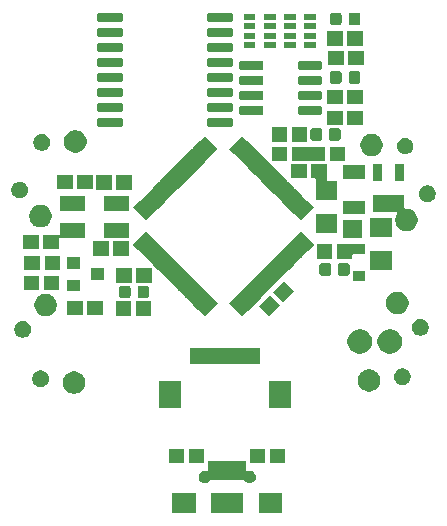
<source format=gbr>
G04 #@! TF.GenerationSoftware,KiCad,Pcbnew,(5.1.4)-1*
G04 #@! TF.CreationDate,2020-08-01T17:35:13+02:00*
G04 #@! TF.ProjectId,ArduinoProMicroUSB,41726475-696e-46f5-9072-6f4d6963726f,rev?*
G04 #@! TF.SameCoordinates,Original*
G04 #@! TF.FileFunction,Soldermask,Bot*
G04 #@! TF.FilePolarity,Negative*
%FSLAX46Y46*%
G04 Gerber Fmt 4.6, Leading zero omitted, Abs format (unit mm)*
G04 Created by KiCad (PCBNEW (5.1.4)-1) date 2020-08-01 17:35:13*
%MOMM*%
%LPD*%
G04 APERTURE LIST*
%ADD10C,0.100000*%
G04 APERTURE END LIST*
D10*
G36*
X175798480Y-82651600D02*
G01*
X173796960Y-82651600D01*
X173796960Y-80949800D01*
X175798480Y-80949800D01*
X175798480Y-82651600D01*
X175798480Y-82651600D01*
G37*
G36*
X172471080Y-82651600D02*
G01*
X169768520Y-82651600D01*
X169768520Y-80949800D01*
X172471080Y-80949800D01*
X172471080Y-82651600D01*
X172471080Y-82651600D01*
G37*
G36*
X168442640Y-82651600D02*
G01*
X166441120Y-82651600D01*
X166441120Y-80949800D01*
X168442640Y-80949800D01*
X168442640Y-82651600D01*
X168442640Y-82651600D01*
G37*
G36*
X172718730Y-78972538D02*
G01*
X172721132Y-78996924D01*
X172728245Y-79020373D01*
X172739796Y-79041984D01*
X172755341Y-79060926D01*
X172774283Y-79076471D01*
X172795894Y-79088022D01*
X172819343Y-79095135D01*
X172843729Y-79097537D01*
X172868115Y-79095135D01*
X172967934Y-79075280D01*
X173071506Y-79075280D01*
X173173084Y-79095485D01*
X173268769Y-79135119D01*
X173354885Y-79192660D01*
X173428120Y-79265895D01*
X173485661Y-79352011D01*
X173525295Y-79447696D01*
X173545500Y-79549274D01*
X173545500Y-79652846D01*
X173525295Y-79754424D01*
X173485661Y-79850109D01*
X173428120Y-79936225D01*
X173354885Y-80009460D01*
X173268769Y-80067001D01*
X173173084Y-80106635D01*
X173071506Y-80126840D01*
X172967934Y-80126840D01*
X172866356Y-80106635D01*
X172770671Y-80067001D01*
X172684555Y-80009460D01*
X172616296Y-79941201D01*
X172597354Y-79925656D01*
X172575743Y-79914105D01*
X172552294Y-79906992D01*
X172527908Y-79904590D01*
X169711692Y-79904590D01*
X169687306Y-79906992D01*
X169663857Y-79914105D01*
X169642246Y-79925656D01*
X169623304Y-79941201D01*
X169555045Y-80009460D01*
X169468929Y-80067001D01*
X169373244Y-80106635D01*
X169271666Y-80126840D01*
X169168094Y-80126840D01*
X169066516Y-80106635D01*
X168970831Y-80067001D01*
X168884715Y-80009460D01*
X168811480Y-79936225D01*
X168753939Y-79850109D01*
X168714305Y-79754424D01*
X168694100Y-79652846D01*
X168694100Y-79549274D01*
X168714305Y-79447696D01*
X168753939Y-79352011D01*
X168811480Y-79265895D01*
X168884715Y-79192660D01*
X168970831Y-79135119D01*
X169066516Y-79095485D01*
X169168094Y-79075280D01*
X169271666Y-79075280D01*
X169371485Y-79095135D01*
X169395871Y-79097537D01*
X169420257Y-79095135D01*
X169443706Y-79088022D01*
X169465317Y-79076471D01*
X169484259Y-79060925D01*
X169499804Y-79041983D01*
X169511355Y-79020373D01*
X169518468Y-78996924D01*
X169520870Y-78972538D01*
X169520870Y-78301850D01*
X172718730Y-78301850D01*
X172718730Y-78972538D01*
X172718730Y-78972538D01*
G37*
G36*
X176023270Y-78439010D02*
G01*
X174720250Y-78439010D01*
X174720250Y-77237590D01*
X176023270Y-77237590D01*
X176023270Y-78439010D01*
X176023270Y-78439010D01*
G37*
G36*
X167468550Y-78439010D02*
G01*
X166165530Y-78439010D01*
X166165530Y-77237590D01*
X167468550Y-77237590D01*
X167468550Y-78439010D01*
X167468550Y-78439010D01*
G37*
G36*
X174326550Y-78439010D02*
G01*
X173023530Y-78439010D01*
X173023530Y-77237590D01*
X174326550Y-77237590D01*
X174326550Y-78439010D01*
X174326550Y-78439010D01*
G37*
G36*
X169165270Y-78439010D02*
G01*
X167862250Y-78439010D01*
X167862250Y-77237590D01*
X169165270Y-77237590D01*
X169165270Y-78439010D01*
X169165270Y-78439010D01*
G37*
G36*
X167241200Y-73756900D02*
G01*
X165339200Y-73756900D01*
X165339200Y-71454900D01*
X167241200Y-71454900D01*
X167241200Y-73756900D01*
X167241200Y-73756900D01*
G37*
G36*
X176541200Y-73756900D02*
G01*
X174639200Y-73756900D01*
X174639200Y-71454900D01*
X176541200Y-71454900D01*
X176541200Y-73756900D01*
X176541200Y-73756900D01*
G37*
G36*
X158415860Y-70706658D02*
G01*
X158588931Y-70778346D01*
X158666283Y-70830031D01*
X158744692Y-70882422D01*
X158877155Y-71014885D01*
X158927875Y-71090793D01*
X158981231Y-71170646D01*
X159052919Y-71343717D01*
X159089465Y-71527445D01*
X159089465Y-71714779D01*
X159052919Y-71898507D01*
X158981231Y-72071578D01*
X158981230Y-72071579D01*
X158877155Y-72227339D01*
X158744692Y-72359802D01*
X158701742Y-72388500D01*
X158588931Y-72463878D01*
X158415860Y-72535566D01*
X158232132Y-72572112D01*
X158044798Y-72572112D01*
X157861070Y-72535566D01*
X157687999Y-72463878D01*
X157575188Y-72388500D01*
X157532238Y-72359802D01*
X157399775Y-72227339D01*
X157295700Y-72071579D01*
X157295699Y-72071578D01*
X157224011Y-71898507D01*
X157187465Y-71714779D01*
X157187465Y-71527445D01*
X157224011Y-71343717D01*
X157295699Y-71170646D01*
X157349055Y-71090793D01*
X157399775Y-71014885D01*
X157532238Y-70882422D01*
X157610647Y-70830031D01*
X157687999Y-70778346D01*
X157861070Y-70706658D01*
X158044798Y-70670112D01*
X158232132Y-70670112D01*
X158415860Y-70706658D01*
X158415860Y-70706658D01*
G37*
G36*
X183411395Y-70523046D02*
G01*
X183584466Y-70594734D01*
X183661818Y-70646419D01*
X183740227Y-70698810D01*
X183872690Y-70831273D01*
X183923410Y-70907181D01*
X183976766Y-70987034D01*
X184048454Y-71160105D01*
X184085000Y-71343833D01*
X184085000Y-71531167D01*
X184048454Y-71714895D01*
X183976766Y-71887966D01*
X183969722Y-71898508D01*
X183872690Y-72043727D01*
X183740227Y-72176190D01*
X183663680Y-72227337D01*
X183584466Y-72280266D01*
X183411395Y-72351954D01*
X183227667Y-72388500D01*
X183040333Y-72388500D01*
X182856605Y-72351954D01*
X182683534Y-72280266D01*
X182604320Y-72227337D01*
X182527773Y-72176190D01*
X182395310Y-72043727D01*
X182298278Y-71898508D01*
X182291234Y-71887966D01*
X182219546Y-71714895D01*
X182183000Y-71531167D01*
X182183000Y-71343833D01*
X182219546Y-71160105D01*
X182291234Y-70987034D01*
X182344590Y-70907181D01*
X182395310Y-70831273D01*
X182527773Y-70698810D01*
X182606182Y-70646419D01*
X182683534Y-70594734D01*
X182856605Y-70523046D01*
X183040333Y-70486500D01*
X183227667Y-70486500D01*
X183411395Y-70523046D01*
X183411395Y-70523046D01*
G37*
G36*
X155522921Y-70618526D02*
G01*
X155651221Y-70671670D01*
X155651223Y-70671671D01*
X155691837Y-70698809D01*
X155766690Y-70748824D01*
X155864890Y-70847024D01*
X155942044Y-70962493D01*
X155995188Y-71090793D01*
X156022280Y-71226996D01*
X156022280Y-71365872D01*
X155995188Y-71502075D01*
X155942044Y-71630375D01*
X155942043Y-71630377D01*
X155864889Y-71745845D01*
X155766691Y-71844043D01*
X155651223Y-71921197D01*
X155651222Y-71921198D01*
X155651221Y-71921198D01*
X155522921Y-71974342D01*
X155386718Y-72001434D01*
X155247842Y-72001434D01*
X155111639Y-71974342D01*
X154983339Y-71921198D01*
X154983338Y-71921198D01*
X154983337Y-71921197D01*
X154867869Y-71844043D01*
X154769671Y-71745845D01*
X154692517Y-71630377D01*
X154692516Y-71630375D01*
X154639372Y-71502075D01*
X154612280Y-71365872D01*
X154612280Y-71226996D01*
X154639372Y-71090793D01*
X154692516Y-70962493D01*
X154769670Y-70847024D01*
X154867870Y-70748824D01*
X154942723Y-70698809D01*
X154983337Y-70671671D01*
X154983339Y-70671670D01*
X155111639Y-70618526D01*
X155247842Y-70591434D01*
X155386718Y-70591434D01*
X155522921Y-70618526D01*
X155522921Y-70618526D01*
G37*
G36*
X186160826Y-70434914D02*
G01*
X186289126Y-70488058D01*
X186289128Y-70488059D01*
X186341489Y-70523046D01*
X186404595Y-70565212D01*
X186502795Y-70663412D01*
X186526447Y-70698810D01*
X186579593Y-70778347D01*
X186579949Y-70778881D01*
X186633093Y-70907181D01*
X186660185Y-71043384D01*
X186660185Y-71182260D01*
X186633093Y-71318463D01*
X186579949Y-71446763D01*
X186526038Y-71527447D01*
X186502794Y-71562233D01*
X186404596Y-71660431D01*
X186289128Y-71737585D01*
X186289127Y-71737586D01*
X186289126Y-71737586D01*
X186160826Y-71790730D01*
X186024623Y-71817822D01*
X185885747Y-71817822D01*
X185749544Y-71790730D01*
X185621244Y-71737586D01*
X185621243Y-71737586D01*
X185621242Y-71737585D01*
X185505774Y-71660431D01*
X185407576Y-71562233D01*
X185384333Y-71527447D01*
X185330421Y-71446763D01*
X185277277Y-71318463D01*
X185250185Y-71182260D01*
X185250185Y-71043384D01*
X185277277Y-70907181D01*
X185330421Y-70778881D01*
X185330778Y-70778347D01*
X185383923Y-70698810D01*
X185407575Y-70663412D01*
X185505775Y-70565212D01*
X185568881Y-70523046D01*
X185621242Y-70488059D01*
X185621244Y-70488058D01*
X185749544Y-70434914D01*
X185885747Y-70407822D01*
X186024623Y-70407822D01*
X186160826Y-70434914D01*
X186160826Y-70434914D01*
G37*
G36*
X173891200Y-70056900D02*
G01*
X167989200Y-70056900D01*
X167989200Y-68654900D01*
X173891200Y-68654900D01*
X173891200Y-70056900D01*
X173891200Y-70056900D01*
G37*
G36*
X185190365Y-67134120D02*
G01*
X185322708Y-67188938D01*
X185379888Y-67212623D01*
X185550454Y-67326592D01*
X185695508Y-67471646D01*
X185809477Y-67642212D01*
X185887980Y-67831735D01*
X185928000Y-68032931D01*
X185928000Y-68238069D01*
X185887980Y-68439265D01*
X185809477Y-68628788D01*
X185695508Y-68799354D01*
X185550454Y-68944408D01*
X185379888Y-69058377D01*
X185379887Y-69058378D01*
X185379886Y-69058378D01*
X185190365Y-69136880D01*
X184989170Y-69176900D01*
X184784030Y-69176900D01*
X184582835Y-69136880D01*
X184393314Y-69058378D01*
X184393313Y-69058378D01*
X184393312Y-69058377D01*
X184222746Y-68944408D01*
X184077692Y-68799354D01*
X183963723Y-68628788D01*
X183885220Y-68439265D01*
X183845200Y-68238069D01*
X183845200Y-68032931D01*
X183885220Y-67831735D01*
X183963723Y-67642212D01*
X184077692Y-67471646D01*
X184222746Y-67326592D01*
X184393312Y-67212623D01*
X184450493Y-67188938D01*
X184582835Y-67134120D01*
X184784030Y-67094100D01*
X184989170Y-67094100D01*
X185190365Y-67134120D01*
X185190365Y-67134120D01*
G37*
G36*
X182650365Y-67134120D02*
G01*
X182782708Y-67188938D01*
X182839888Y-67212623D01*
X183010454Y-67326592D01*
X183155508Y-67471646D01*
X183269477Y-67642212D01*
X183347980Y-67831735D01*
X183388000Y-68032931D01*
X183388000Y-68238069D01*
X183347980Y-68439265D01*
X183269477Y-68628788D01*
X183155508Y-68799354D01*
X183010454Y-68944408D01*
X182839888Y-69058377D01*
X182839887Y-69058378D01*
X182839886Y-69058378D01*
X182650365Y-69136880D01*
X182449170Y-69176900D01*
X182244030Y-69176900D01*
X182042835Y-69136880D01*
X181853314Y-69058378D01*
X181853313Y-69058378D01*
X181853312Y-69058377D01*
X181682746Y-68944408D01*
X181537692Y-68799354D01*
X181423723Y-68628788D01*
X181345220Y-68439265D01*
X181305200Y-68238069D01*
X181305200Y-68032931D01*
X181345220Y-67831735D01*
X181423723Y-67642212D01*
X181537692Y-67471646D01*
X181682746Y-67326592D01*
X181853312Y-67212623D01*
X181910493Y-67188938D01*
X182042835Y-67134120D01*
X182244030Y-67094100D01*
X182449170Y-67094100D01*
X182650365Y-67134120D01*
X182650365Y-67134120D01*
G37*
G36*
X154002641Y-66441592D02*
G01*
X154130941Y-66494736D01*
X154130943Y-66494737D01*
X154189069Y-66533576D01*
X154246410Y-66571890D01*
X154344610Y-66670090D01*
X154421764Y-66785559D01*
X154474908Y-66913859D01*
X154502000Y-67050062D01*
X154502000Y-67188938D01*
X154474908Y-67325141D01*
X154421764Y-67453441D01*
X154421763Y-67453443D01*
X154344609Y-67568911D01*
X154246411Y-67667109D01*
X154130943Y-67744263D01*
X154130942Y-67744264D01*
X154130941Y-67744264D01*
X154002641Y-67797408D01*
X153866438Y-67824500D01*
X153727562Y-67824500D01*
X153591359Y-67797408D01*
X153463059Y-67744264D01*
X153463058Y-67744264D01*
X153463057Y-67744263D01*
X153347589Y-67667109D01*
X153249391Y-67568911D01*
X153172237Y-67453443D01*
X153172236Y-67453441D01*
X153119092Y-67325141D01*
X153092000Y-67188938D01*
X153092000Y-67050062D01*
X153119092Y-66913859D01*
X153172236Y-66785559D01*
X153249390Y-66670090D01*
X153347590Y-66571890D01*
X153404931Y-66533576D01*
X153463057Y-66494737D01*
X153463059Y-66494736D01*
X153591359Y-66441592D01*
X153727562Y-66414500D01*
X153866438Y-66414500D01*
X154002641Y-66441592D01*
X154002641Y-66441592D01*
G37*
G36*
X187681105Y-66257980D02*
G01*
X187809405Y-66311124D01*
X187809407Y-66311125D01*
X187867533Y-66349964D01*
X187924874Y-66388278D01*
X188023074Y-66486478D01*
X188100228Y-66601947D01*
X188153372Y-66730247D01*
X188180464Y-66866450D01*
X188180464Y-67005326D01*
X188153372Y-67141529D01*
X188100228Y-67269829D01*
X188100227Y-67269831D01*
X188023073Y-67385299D01*
X187924875Y-67483497D01*
X187809407Y-67560651D01*
X187809406Y-67560652D01*
X187809405Y-67560652D01*
X187681105Y-67613796D01*
X187544902Y-67640888D01*
X187406026Y-67640888D01*
X187269823Y-67613796D01*
X187141523Y-67560652D01*
X187141522Y-67560652D01*
X187141521Y-67560651D01*
X187026053Y-67483497D01*
X186927855Y-67385299D01*
X186850701Y-67269831D01*
X186850700Y-67269829D01*
X186797556Y-67141529D01*
X186770464Y-67005326D01*
X186770464Y-66866450D01*
X186797556Y-66730247D01*
X186850700Y-66601947D01*
X186927854Y-66486478D01*
X187026054Y-66388278D01*
X187083395Y-66349964D01*
X187141521Y-66311125D01*
X187141523Y-66311124D01*
X187269823Y-66257980D01*
X187406026Y-66230888D01*
X187544902Y-66230888D01*
X187681105Y-66257980D01*
X187681105Y-66257980D01*
G37*
G36*
X156026849Y-64142905D02*
G01*
X156199920Y-64214593D01*
X156277272Y-64266278D01*
X156355681Y-64318669D01*
X156488144Y-64451132D01*
X156488145Y-64451134D01*
X156592220Y-64606893D01*
X156663908Y-64779964D01*
X156700454Y-64963692D01*
X156700454Y-65151026D01*
X156663908Y-65334754D01*
X156592220Y-65507825D01*
X156592219Y-65507826D01*
X156488144Y-65663586D01*
X156355681Y-65796049D01*
X156312731Y-65824747D01*
X156199920Y-65900125D01*
X156026849Y-65971813D01*
X155843121Y-66008359D01*
X155655787Y-66008359D01*
X155472059Y-65971813D01*
X155298988Y-65900125D01*
X155186177Y-65824747D01*
X155143227Y-65796049D01*
X155010764Y-65663586D01*
X154906689Y-65507826D01*
X154906688Y-65507825D01*
X154835000Y-65334754D01*
X154798454Y-65151026D01*
X154798454Y-64963692D01*
X154835000Y-64779964D01*
X154906688Y-64606893D01*
X155010763Y-64451134D01*
X155010764Y-64451132D01*
X155143227Y-64318669D01*
X155221636Y-64266278D01*
X155298988Y-64214593D01*
X155472059Y-64142905D01*
X155655787Y-64106359D01*
X155843121Y-64106359D01*
X156026849Y-64142905D01*
X156026849Y-64142905D01*
G37*
G36*
X164708709Y-59254525D02*
G01*
X164708709Y-59254526D01*
X164834150Y-59379967D01*
X164834150Y-59379966D01*
X165265485Y-59811301D01*
X165265485Y-59811302D01*
X165353867Y-59899684D01*
X165353872Y-59899690D01*
X165408886Y-59954704D01*
X165408886Y-59954703D01*
X165840221Y-60386038D01*
X165840221Y-60386039D01*
X165877274Y-60423092D01*
X165877280Y-60423097D01*
X165965662Y-60511479D01*
X165965662Y-60511478D01*
X166396997Y-60942813D01*
X166396997Y-60942814D01*
X166485379Y-61031196D01*
X166485384Y-61031202D01*
X166540398Y-61086216D01*
X166540398Y-61086215D01*
X166971733Y-61517550D01*
X166971733Y-61517551D01*
X167097174Y-61642992D01*
X167097174Y-61642991D01*
X167528509Y-62074326D01*
X167528509Y-62074327D01*
X167653950Y-62199768D01*
X167653950Y-62199767D01*
X168085285Y-62631102D01*
X168085285Y-62631103D01*
X168140299Y-62686117D01*
X168140305Y-62686122D01*
X168228687Y-62774504D01*
X168228687Y-62774503D01*
X168660022Y-63205838D01*
X168660022Y-63205839D01*
X168748404Y-63294221D01*
X168748409Y-63294227D01*
X168785462Y-63331280D01*
X168785462Y-63331279D01*
X169216797Y-63762614D01*
X169216797Y-63762615D01*
X169271811Y-63817629D01*
X169271817Y-63817634D01*
X169360199Y-63906016D01*
X169360199Y-63906015D01*
X169791534Y-64337350D01*
X169791534Y-64337351D01*
X169916975Y-64462792D01*
X169916975Y-64462791D01*
X170348310Y-64894126D01*
X169234475Y-66007961D01*
X168803140Y-65576626D01*
X168803141Y-65576626D01*
X168677700Y-65451185D01*
X168677699Y-65451185D01*
X168246364Y-65019850D01*
X168246365Y-65019850D01*
X168191351Y-64964836D01*
X168191345Y-64964831D01*
X168102963Y-64876449D01*
X168102962Y-64876449D01*
X167671627Y-64445114D01*
X167671628Y-64445114D01*
X167583246Y-64356732D01*
X167583241Y-64356726D01*
X167546188Y-64319673D01*
X167546187Y-64319673D01*
X167114852Y-63888338D01*
X167114853Y-63888338D01*
X167059839Y-63833324D01*
X167059833Y-63833319D01*
X166971451Y-63744937D01*
X166971450Y-63744937D01*
X166540115Y-63313602D01*
X166540116Y-63313602D01*
X166414675Y-63188161D01*
X166414674Y-63188161D01*
X165983339Y-62756826D01*
X165983340Y-62756826D01*
X165857899Y-62631385D01*
X165857898Y-62631385D01*
X165426563Y-62200050D01*
X165426564Y-62200050D01*
X165338182Y-62111668D01*
X165338177Y-62111662D01*
X165283163Y-62056648D01*
X165283162Y-62056648D01*
X164851827Y-61625313D01*
X164851828Y-61625313D01*
X164814775Y-61588260D01*
X164814769Y-61588255D01*
X164726387Y-61499873D01*
X164726386Y-61499873D01*
X164295051Y-61068538D01*
X164295052Y-61068538D01*
X164206670Y-60980156D01*
X164206665Y-60980150D01*
X164151651Y-60925136D01*
X164151650Y-60925136D01*
X163720315Y-60493801D01*
X163720316Y-60493801D01*
X163594875Y-60368360D01*
X163594874Y-60368360D01*
X163163539Y-59937025D01*
X164277374Y-58823190D01*
X164708709Y-59254525D01*
X164708709Y-59254525D01*
G37*
G36*
X178466461Y-59937025D02*
G01*
X178035126Y-60368360D01*
X177946738Y-60456747D01*
X177909685Y-60493801D01*
X177423336Y-60980150D01*
X177334949Y-61068538D01*
X176903614Y-61499873D01*
X176778173Y-61625313D01*
X176346838Y-62056648D01*
X176203437Y-62200050D01*
X174658550Y-63744937D01*
X174515148Y-63888338D01*
X174083813Y-64319673D01*
X173958373Y-64445114D01*
X173527038Y-64876449D01*
X173438650Y-64964836D01*
X172952301Y-65451185D01*
X172863913Y-65539572D01*
X172826860Y-65576626D01*
X172395525Y-66007961D01*
X171281690Y-64894126D01*
X171713025Y-64462791D01*
X171713026Y-64462792D01*
X171838467Y-64337351D01*
X171838466Y-64337350D01*
X172269801Y-63906015D01*
X172269802Y-63906016D01*
X172358179Y-63817638D01*
X172358190Y-63817629D01*
X172413204Y-63762615D01*
X172413203Y-63762614D01*
X172844538Y-63331279D01*
X172844539Y-63331280D01*
X172881592Y-63294227D01*
X172881601Y-63294216D01*
X172969979Y-63205839D01*
X172969978Y-63205838D01*
X173401313Y-62774503D01*
X173401314Y-62774504D01*
X173489691Y-62686126D01*
X173489702Y-62686117D01*
X173544716Y-62631103D01*
X173544715Y-62631102D01*
X173976050Y-62199767D01*
X173976051Y-62199768D01*
X174064438Y-62111380D01*
X174101492Y-62074327D01*
X174101491Y-62074326D01*
X174532826Y-61642991D01*
X174532827Y-61642992D01*
X174621214Y-61554604D01*
X174658268Y-61517551D01*
X174658267Y-61517550D01*
X175089602Y-61086215D01*
X175089603Y-61086216D01*
X175144617Y-61031202D01*
X175144626Y-61031191D01*
X175233004Y-60942814D01*
X175233003Y-60942813D01*
X175664338Y-60511478D01*
X175664339Y-60511479D01*
X175752716Y-60423101D01*
X175752727Y-60423092D01*
X175789780Y-60386039D01*
X175789779Y-60386038D01*
X176221114Y-59954703D01*
X176221115Y-59954704D01*
X176276129Y-59899690D01*
X176276138Y-59899679D01*
X176364516Y-59811302D01*
X176364515Y-59811301D01*
X176795850Y-59379966D01*
X176795851Y-59379967D01*
X176921292Y-59254526D01*
X176921291Y-59254525D01*
X177352626Y-58823190D01*
X178466461Y-59937025D01*
X178466461Y-59937025D01*
G37*
G36*
X175609072Y-65079960D02*
G01*
X174687698Y-66001334D01*
X173838166Y-65151802D01*
X174759540Y-64230428D01*
X175609072Y-65079960D01*
X175609072Y-65079960D01*
G37*
G36*
X164694870Y-65942210D02*
G01*
X163391850Y-65942210D01*
X163391850Y-64740790D01*
X164694870Y-64740790D01*
X164694870Y-65942210D01*
X164694870Y-65942210D01*
G37*
G36*
X162998150Y-65942210D02*
G01*
X161695130Y-65942210D01*
X161695130Y-64740790D01*
X162998150Y-64740790D01*
X162998150Y-65942210D01*
X162998150Y-65942210D01*
G37*
G36*
X158883350Y-65891410D02*
G01*
X157580330Y-65891410D01*
X157580330Y-64689990D01*
X158883350Y-64689990D01*
X158883350Y-65891410D01*
X158883350Y-65891410D01*
G37*
G36*
X160580070Y-65891410D02*
G01*
X159277050Y-65891410D01*
X159277050Y-64689990D01*
X160580070Y-64689990D01*
X160580070Y-65891410D01*
X160580070Y-65891410D01*
G37*
G36*
X185800406Y-63959293D02*
G01*
X185973477Y-64030981D01*
X185973478Y-64030982D01*
X186129238Y-64135057D01*
X186261701Y-64267520D01*
X186296106Y-64319011D01*
X186365777Y-64423281D01*
X186437465Y-64596352D01*
X186474011Y-64780080D01*
X186474011Y-64967414D01*
X186437465Y-65151142D01*
X186365777Y-65324213D01*
X186358733Y-65334755D01*
X186261701Y-65479974D01*
X186129238Y-65612437D01*
X186052691Y-65663584D01*
X185973477Y-65716513D01*
X185800406Y-65788201D01*
X185616678Y-65824747D01*
X185429344Y-65824747D01*
X185245616Y-65788201D01*
X185072545Y-65716513D01*
X184993331Y-65663584D01*
X184916784Y-65612437D01*
X184784321Y-65479974D01*
X184687289Y-65334755D01*
X184680245Y-65324213D01*
X184608557Y-65151142D01*
X184572011Y-64967414D01*
X184572011Y-64780080D01*
X184608557Y-64596352D01*
X184680245Y-64423281D01*
X184749916Y-64319011D01*
X184784321Y-64267520D01*
X184916784Y-64135057D01*
X185072544Y-64030982D01*
X185072545Y-64030981D01*
X185245616Y-63959293D01*
X185429344Y-63922747D01*
X185616678Y-63922747D01*
X185800406Y-63959293D01*
X185800406Y-63959293D01*
G37*
G36*
X176808834Y-63880198D02*
G01*
X175887460Y-64801572D01*
X175037928Y-63952040D01*
X175959302Y-63030666D01*
X176808834Y-63880198D01*
X176808834Y-63880198D01*
G37*
G36*
X164365231Y-63417505D02*
G01*
X164399209Y-63427813D01*
X164430530Y-63444554D01*
X164457979Y-63467081D01*
X164480506Y-63494530D01*
X164497247Y-63525851D01*
X164507555Y-63559829D01*
X164511640Y-63601310D01*
X164511640Y-64277530D01*
X164507555Y-64319011D01*
X164497247Y-64352989D01*
X164480506Y-64384310D01*
X164457979Y-64411759D01*
X164430530Y-64434286D01*
X164399209Y-64451027D01*
X164365231Y-64461335D01*
X164323750Y-64465420D01*
X163722530Y-64465420D01*
X163681049Y-64461335D01*
X163647071Y-64451027D01*
X163615750Y-64434286D01*
X163588301Y-64411759D01*
X163565774Y-64384310D01*
X163549033Y-64352989D01*
X163538725Y-64319011D01*
X163534640Y-64277530D01*
X163534640Y-63601310D01*
X163538725Y-63559829D01*
X163549033Y-63525851D01*
X163565774Y-63494530D01*
X163588301Y-63467081D01*
X163615750Y-63444554D01*
X163647071Y-63427813D01*
X163681049Y-63417505D01*
X163722530Y-63413420D01*
X164323750Y-63413420D01*
X164365231Y-63417505D01*
X164365231Y-63417505D01*
G37*
G36*
X162790231Y-63417505D02*
G01*
X162824209Y-63427813D01*
X162855530Y-63444554D01*
X162882979Y-63467081D01*
X162905506Y-63494530D01*
X162922247Y-63525851D01*
X162932555Y-63559829D01*
X162936640Y-63601310D01*
X162936640Y-64277530D01*
X162932555Y-64319011D01*
X162922247Y-64352989D01*
X162905506Y-64384310D01*
X162882979Y-64411759D01*
X162855530Y-64434286D01*
X162824209Y-64451027D01*
X162790231Y-64461335D01*
X162748750Y-64465420D01*
X162147530Y-64465420D01*
X162106049Y-64461335D01*
X162072071Y-64451027D01*
X162040750Y-64434286D01*
X162013301Y-64411759D01*
X161990774Y-64384310D01*
X161974033Y-64352989D01*
X161963725Y-64319011D01*
X161959640Y-64277530D01*
X161959640Y-63601310D01*
X161963725Y-63559829D01*
X161974033Y-63525851D01*
X161990774Y-63494530D01*
X162013301Y-63467081D01*
X162040750Y-63444554D01*
X162072071Y-63427813D01*
X162106049Y-63417505D01*
X162147530Y-63413420D01*
X162748750Y-63413420D01*
X162790231Y-63417505D01*
X162790231Y-63417505D01*
G37*
G36*
X158633160Y-63896240D02*
G01*
X157530800Y-63896240D01*
X157530800Y-62895480D01*
X158633160Y-62895480D01*
X158633160Y-63896240D01*
X158633160Y-63896240D01*
G37*
G36*
X155225750Y-63757810D02*
G01*
X153922730Y-63757810D01*
X153922730Y-62556390D01*
X155225750Y-62556390D01*
X155225750Y-63757810D01*
X155225750Y-63757810D01*
G37*
G36*
X156922470Y-63757810D02*
G01*
X155619450Y-63757810D01*
X155619450Y-62556390D01*
X156922470Y-62556390D01*
X156922470Y-63757810D01*
X156922470Y-63757810D01*
G37*
G36*
X163038790Y-63148210D02*
G01*
X161735770Y-63148210D01*
X161735770Y-61946790D01*
X163038790Y-61946790D01*
X163038790Y-63148210D01*
X163038790Y-63148210D01*
G37*
G36*
X164735510Y-63148210D02*
G01*
X163432490Y-63148210D01*
X163432490Y-61946790D01*
X164735510Y-61946790D01*
X164735510Y-63148210D01*
X164735510Y-63148210D01*
G37*
G36*
X182824120Y-63032640D02*
G01*
X181792880Y-63032640D01*
X181792880Y-62199520D01*
X182824120Y-62199520D01*
X182824120Y-63032640D01*
X182824120Y-63032640D01*
G37*
G36*
X160731200Y-62946280D02*
G01*
X159628840Y-62946280D01*
X159628840Y-61945520D01*
X160731200Y-61945520D01*
X160731200Y-62946280D01*
X160731200Y-62946280D01*
G37*
G36*
X181342591Y-61517585D02*
G01*
X181376569Y-61527893D01*
X181407890Y-61544634D01*
X181435339Y-61567161D01*
X181457866Y-61594610D01*
X181474607Y-61625931D01*
X181484915Y-61659909D01*
X181489000Y-61701390D01*
X181489000Y-62377610D01*
X181484915Y-62419091D01*
X181474607Y-62453069D01*
X181457866Y-62484390D01*
X181435339Y-62511839D01*
X181407890Y-62534366D01*
X181376569Y-62551107D01*
X181342591Y-62561415D01*
X181301110Y-62565500D01*
X180699890Y-62565500D01*
X180658409Y-62561415D01*
X180624431Y-62551107D01*
X180593110Y-62534366D01*
X180565661Y-62511839D01*
X180543134Y-62484390D01*
X180526393Y-62453069D01*
X180516085Y-62419091D01*
X180512000Y-62377610D01*
X180512000Y-61701390D01*
X180516085Y-61659909D01*
X180526393Y-61625931D01*
X180543134Y-61594610D01*
X180565661Y-61567161D01*
X180593110Y-61544634D01*
X180624431Y-61527893D01*
X180658409Y-61517585D01*
X180699890Y-61513500D01*
X181301110Y-61513500D01*
X181342591Y-61517585D01*
X181342591Y-61517585D01*
G37*
G36*
X179767591Y-61517585D02*
G01*
X179801569Y-61527893D01*
X179832890Y-61544634D01*
X179860339Y-61567161D01*
X179882866Y-61594610D01*
X179899607Y-61625931D01*
X179909915Y-61659909D01*
X179914000Y-61701390D01*
X179914000Y-62377610D01*
X179909915Y-62419091D01*
X179899607Y-62453069D01*
X179882866Y-62484390D01*
X179860339Y-62511839D01*
X179832890Y-62534366D01*
X179801569Y-62551107D01*
X179767591Y-62561415D01*
X179726110Y-62565500D01*
X179124890Y-62565500D01*
X179083409Y-62561415D01*
X179049431Y-62551107D01*
X179018110Y-62534366D01*
X178990661Y-62511839D01*
X178968134Y-62484390D01*
X178951393Y-62453069D01*
X178941085Y-62419091D01*
X178937000Y-62377610D01*
X178937000Y-61701390D01*
X178941085Y-61659909D01*
X178951393Y-61625931D01*
X178968134Y-61594610D01*
X178990661Y-61567161D01*
X179018110Y-61544634D01*
X179049431Y-61527893D01*
X179083409Y-61517585D01*
X179124890Y-61513500D01*
X179726110Y-61513500D01*
X179767591Y-61517585D01*
X179767591Y-61517585D01*
G37*
G36*
X185050430Y-62081410D02*
G01*
X183249570Y-62081410D01*
X183249570Y-60478670D01*
X185050430Y-60478670D01*
X185050430Y-62081410D01*
X185050430Y-62081410D01*
G37*
G36*
X155261310Y-62081410D02*
G01*
X153958290Y-62081410D01*
X153958290Y-60879990D01*
X155261310Y-60879990D01*
X155261310Y-62081410D01*
X155261310Y-62081410D01*
G37*
G36*
X156958030Y-62081410D02*
G01*
X155655010Y-62081410D01*
X155655010Y-60879990D01*
X156958030Y-60879990D01*
X156958030Y-62081410D01*
X156958030Y-62081410D01*
G37*
G36*
X158633160Y-61996320D02*
G01*
X157530800Y-61996320D01*
X157530800Y-60995560D01*
X158633160Y-60995560D01*
X158633160Y-61996320D01*
X158633160Y-61996320D01*
G37*
G36*
X180016150Y-61116210D02*
G01*
X178713130Y-61116210D01*
X178713130Y-59992130D01*
X178710728Y-59967744D01*
X178703615Y-59944295D01*
X178699729Y-59937025D01*
X178703615Y-59929755D01*
X178708154Y-59914790D01*
X180016150Y-59914790D01*
X180016150Y-61116210D01*
X180016150Y-61116210D01*
G37*
G36*
X182824120Y-60736480D02*
G01*
X181837869Y-60736480D01*
X181813483Y-60738882D01*
X181790034Y-60745995D01*
X181768423Y-60757546D01*
X181749481Y-60773091D01*
X181733936Y-60792033D01*
X181722385Y-60813644D01*
X181715272Y-60837093D01*
X181712870Y-60861479D01*
X181712870Y-61116210D01*
X180409850Y-61116210D01*
X180409850Y-59914790D01*
X181667881Y-59914790D01*
X181692267Y-59912388D01*
X181715716Y-59905275D01*
X181719299Y-59903360D01*
X182824120Y-59903360D01*
X182824120Y-60736480D01*
X182824120Y-60736480D01*
G37*
G36*
X162789870Y-60862210D02*
G01*
X161486850Y-60862210D01*
X161486850Y-59660790D01*
X162789870Y-59660790D01*
X162789870Y-60862210D01*
X162789870Y-60862210D01*
G37*
G36*
X161093150Y-60862210D02*
G01*
X159790130Y-60862210D01*
X159790130Y-59660790D01*
X161093150Y-59660790D01*
X161093150Y-60862210D01*
X161093150Y-60862210D01*
G37*
G36*
X155159710Y-60303410D02*
G01*
X153856690Y-60303410D01*
X153856690Y-59101990D01*
X155159710Y-59101990D01*
X155159710Y-60303410D01*
X155159710Y-60303410D01*
G37*
G36*
X159095440Y-59394090D02*
G01*
X156981429Y-59394090D01*
X156957043Y-59396492D01*
X156933594Y-59403605D01*
X156911983Y-59415156D01*
X156893041Y-59430701D01*
X156877496Y-59449643D01*
X156865945Y-59471254D01*
X156858832Y-59494703D01*
X156856430Y-59519089D01*
X156856430Y-60303410D01*
X155553410Y-60303410D01*
X155553410Y-59101990D01*
X156867321Y-59101990D01*
X156891707Y-59099588D01*
X156915156Y-59092475D01*
X156936767Y-59080924D01*
X156955709Y-59065379D01*
X156971254Y-59046437D01*
X156982805Y-59024826D01*
X156989918Y-59001377D01*
X156992320Y-58976991D01*
X156992320Y-58091070D01*
X159095440Y-58091070D01*
X159095440Y-59394090D01*
X159095440Y-59394090D01*
G37*
G36*
X162793680Y-59394090D02*
G01*
X160690560Y-59394090D01*
X160690560Y-58091070D01*
X162793680Y-58091070D01*
X162793680Y-59394090D01*
X162793680Y-59394090D01*
G37*
G36*
X182562500Y-59347100D02*
G01*
X180911500Y-59347100D01*
X180911500Y-57873900D01*
X182562500Y-57873900D01*
X182562500Y-59347100D01*
X182562500Y-59347100D01*
G37*
G36*
X185050430Y-59282330D02*
G01*
X183249570Y-59282330D01*
X183249570Y-57679590D01*
X185050430Y-57679590D01*
X185050430Y-59282330D01*
X185050430Y-59282330D01*
G37*
G36*
X180414930Y-58969910D02*
G01*
X178614070Y-58969910D01*
X178614070Y-57367170D01*
X180414930Y-57367170D01*
X180414930Y-58969910D01*
X180414930Y-58969910D01*
G37*
G36*
X186110880Y-56772501D02*
G01*
X186113282Y-56796887D01*
X186120395Y-56820336D01*
X186131946Y-56841947D01*
X186147491Y-56860889D01*
X186166433Y-56876434D01*
X186188044Y-56887985D01*
X186211493Y-56895098D01*
X186235879Y-56897500D01*
X186388908Y-56897500D01*
X186572636Y-56934046D01*
X186745707Y-57005734D01*
X186745708Y-57005735D01*
X186901468Y-57109810D01*
X187033931Y-57242273D01*
X187042812Y-57255565D01*
X187138007Y-57398034D01*
X187209695Y-57571105D01*
X187246241Y-57754833D01*
X187246241Y-57942167D01*
X187209695Y-58125895D01*
X187138007Y-58298966D01*
X187138006Y-58298967D01*
X187033931Y-58454727D01*
X186901468Y-58587190D01*
X186823059Y-58639581D01*
X186745707Y-58691266D01*
X186572636Y-58762954D01*
X186388908Y-58799500D01*
X186201574Y-58799500D01*
X186017846Y-58762954D01*
X185844775Y-58691266D01*
X185767423Y-58639581D01*
X185689014Y-58587190D01*
X185556551Y-58454727D01*
X185452476Y-58298967D01*
X185452475Y-58298966D01*
X185380787Y-58125895D01*
X185344241Y-57942167D01*
X185344241Y-57754833D01*
X185380787Y-57571105D01*
X185452475Y-57398034D01*
X185486585Y-57346985D01*
X185498136Y-57325374D01*
X185505249Y-57301926D01*
X185507651Y-57277539D01*
X185505249Y-57253153D01*
X185498136Y-57229704D01*
X185486585Y-57208094D01*
X185471040Y-57189152D01*
X185452098Y-57173606D01*
X185430487Y-57162055D01*
X185407039Y-57154942D01*
X185382652Y-57152540D01*
X183459120Y-57152540D01*
X183459120Y-55750460D01*
X186110880Y-55750460D01*
X186110880Y-56772501D01*
X186110880Y-56772501D01*
G37*
G36*
X155585691Y-56618507D02*
G01*
X155758762Y-56690195D01*
X155758763Y-56690196D01*
X155914523Y-56794271D01*
X156046986Y-56926734D01*
X156051872Y-56934047D01*
X156151062Y-57082495D01*
X156222750Y-57255566D01*
X156259296Y-57439294D01*
X156259296Y-57626628D01*
X156222750Y-57810356D01*
X156151062Y-57983427D01*
X156151061Y-57983428D01*
X156046986Y-58139188D01*
X155914523Y-58271651D01*
X155836114Y-58324042D01*
X155758762Y-58375727D01*
X155585691Y-58447415D01*
X155401963Y-58483961D01*
X155214629Y-58483961D01*
X155030901Y-58447415D01*
X154857830Y-58375727D01*
X154780478Y-58324042D01*
X154702069Y-58271651D01*
X154569606Y-58139188D01*
X154465531Y-57983428D01*
X154465530Y-57983427D01*
X154393842Y-57810356D01*
X154357296Y-57626628D01*
X154357296Y-57439294D01*
X154393842Y-57255566D01*
X154465530Y-57082495D01*
X154564720Y-56934047D01*
X154569606Y-56926734D01*
X154702069Y-56794271D01*
X154857829Y-56690196D01*
X154857830Y-56690195D01*
X155030901Y-56618507D01*
X155214629Y-56581961D01*
X155401963Y-56581961D01*
X155585691Y-56618507D01*
X155585691Y-56618507D01*
G37*
G36*
X170348310Y-51818874D02*
G01*
X169360199Y-52806985D01*
X169216797Y-52950386D01*
X168785462Y-53381721D01*
X168660022Y-53507162D01*
X168228687Y-53938497D01*
X168140299Y-54026884D01*
X167653950Y-54513233D01*
X167565562Y-54601620D01*
X167528509Y-54638674D01*
X167097174Y-55070009D01*
X167008786Y-55158396D01*
X166971733Y-55195450D01*
X166485384Y-55681799D01*
X166396997Y-55770187D01*
X165965662Y-56201522D01*
X165840221Y-56326962D01*
X165408886Y-56758297D01*
X165265485Y-56901699D01*
X164277374Y-57889810D01*
X163163539Y-56775975D01*
X163594874Y-56344640D01*
X163594875Y-56344641D01*
X163683262Y-56256253D01*
X163720316Y-56219200D01*
X163720315Y-56219199D01*
X164151650Y-55787864D01*
X164151651Y-55787865D01*
X164206665Y-55732851D01*
X164206674Y-55732840D01*
X164295052Y-55644463D01*
X164295051Y-55644462D01*
X164726386Y-55213127D01*
X164726387Y-55213128D01*
X164814764Y-55124750D01*
X164814775Y-55124741D01*
X164851828Y-55087688D01*
X164851827Y-55087687D01*
X165283162Y-54656352D01*
X165283163Y-54656353D01*
X165338177Y-54601339D01*
X165338186Y-54601328D01*
X165426564Y-54512951D01*
X165426563Y-54512950D01*
X165857898Y-54081615D01*
X165857899Y-54081616D01*
X165983340Y-53956175D01*
X165983339Y-53956174D01*
X166414674Y-53524839D01*
X166414675Y-53524840D01*
X166540116Y-53399399D01*
X166540115Y-53399398D01*
X166971450Y-52968063D01*
X166971451Y-52968064D01*
X167059828Y-52879686D01*
X167059839Y-52879677D01*
X167114853Y-52824663D01*
X167114852Y-52824662D01*
X167546187Y-52393327D01*
X167546188Y-52393328D01*
X167583241Y-52356275D01*
X167583250Y-52356264D01*
X167671628Y-52267887D01*
X167671627Y-52267886D01*
X168102962Y-51836551D01*
X168102963Y-51836552D01*
X168191340Y-51748174D01*
X168191351Y-51748165D01*
X168246365Y-51693151D01*
X168246364Y-51693150D01*
X168677699Y-51261815D01*
X168677700Y-51261816D01*
X168766087Y-51173428D01*
X168803141Y-51136375D01*
X168803140Y-51136374D01*
X169234475Y-50705039D01*
X170348310Y-51818874D01*
X170348310Y-51818874D01*
G37*
G36*
X172826860Y-51136374D02*
G01*
X172826860Y-51136375D01*
X172952301Y-51261816D01*
X172952301Y-51261815D01*
X173383636Y-51693150D01*
X173383636Y-51693151D01*
X173438650Y-51748165D01*
X173438656Y-51748170D01*
X173527038Y-51836552D01*
X173527038Y-51836551D01*
X173958373Y-52267886D01*
X173958373Y-52267887D01*
X174046755Y-52356269D01*
X174046760Y-52356275D01*
X174083813Y-52393328D01*
X174083813Y-52393327D01*
X174515148Y-52824662D01*
X174515148Y-52824663D01*
X174570162Y-52879677D01*
X174570168Y-52879682D01*
X174658550Y-52968064D01*
X174658550Y-52968063D01*
X174689749Y-52999262D01*
X174708685Y-53014802D01*
X174730296Y-53026353D01*
X174736197Y-53028143D01*
X174737987Y-53034044D01*
X174749538Y-53055655D01*
X174765078Y-53074591D01*
X175089885Y-53399398D01*
X175089885Y-53399399D01*
X175215326Y-53524840D01*
X175215326Y-53524839D01*
X175646661Y-53956174D01*
X175646661Y-53956175D01*
X175772102Y-54081616D01*
X175772102Y-54081615D01*
X176203437Y-54512950D01*
X176203437Y-54512951D01*
X176291819Y-54601333D01*
X176291824Y-54601339D01*
X176346838Y-54656353D01*
X176346838Y-54656352D01*
X176778173Y-55087687D01*
X176778173Y-55087688D01*
X176815226Y-55124741D01*
X176815232Y-55124746D01*
X176903614Y-55213128D01*
X176903614Y-55213127D01*
X177334949Y-55644462D01*
X177334949Y-55644463D01*
X177423331Y-55732845D01*
X177423336Y-55732851D01*
X177478350Y-55787865D01*
X177478350Y-55787864D01*
X177909685Y-56219199D01*
X177909685Y-56219200D01*
X178035126Y-56344641D01*
X178035126Y-56344640D01*
X178466461Y-56775975D01*
X177352626Y-57889810D01*
X176921291Y-57458475D01*
X176921292Y-57458475D01*
X176795851Y-57333034D01*
X176795850Y-57333034D01*
X176364515Y-56901699D01*
X176364516Y-56901699D01*
X176276134Y-56813317D01*
X176276129Y-56813311D01*
X176221115Y-56758297D01*
X176221114Y-56758297D01*
X175789779Y-56326962D01*
X175789780Y-56326962D01*
X175752727Y-56289909D01*
X175752721Y-56289904D01*
X175664339Y-56201522D01*
X175664338Y-56201522D01*
X175233003Y-55770187D01*
X175233004Y-55770187D01*
X175144622Y-55681805D01*
X175144617Y-55681799D01*
X175089603Y-55626785D01*
X175089602Y-55626785D01*
X174658267Y-55195450D01*
X174658268Y-55195450D01*
X174532827Y-55070009D01*
X174532826Y-55070009D01*
X174101491Y-54638674D01*
X174101492Y-54638674D01*
X173976051Y-54513233D01*
X173976050Y-54513233D01*
X173544715Y-54081898D01*
X173544716Y-54081898D01*
X173489702Y-54026884D01*
X173489696Y-54026879D01*
X173401314Y-53938497D01*
X173401313Y-53938497D01*
X172969978Y-53507162D01*
X172969979Y-53507162D01*
X172881597Y-53418780D01*
X172881592Y-53418774D01*
X172844539Y-53381721D01*
X172844538Y-53381721D01*
X172413203Y-52950386D01*
X172413204Y-52950386D01*
X172358190Y-52895372D01*
X172358184Y-52895367D01*
X172269802Y-52806985D01*
X172269801Y-52806985D01*
X171838466Y-52375650D01*
X171838467Y-52375650D01*
X171713026Y-52250209D01*
X171713025Y-52250209D01*
X171281690Y-51818874D01*
X172395525Y-50705039D01*
X172826860Y-51136374D01*
X172826860Y-51136374D01*
G37*
G36*
X182800000Y-57306000D02*
G01*
X180928000Y-57306000D01*
X180928000Y-56264000D01*
X182800000Y-56264000D01*
X182800000Y-57306000D01*
X182800000Y-57306000D01*
G37*
G36*
X159095440Y-57097930D02*
G01*
X156992320Y-57097930D01*
X156992320Y-55794910D01*
X159095440Y-55794910D01*
X159095440Y-57097930D01*
X159095440Y-57097930D01*
G37*
G36*
X162793680Y-57097930D02*
G01*
X160690560Y-57097930D01*
X160690560Y-55794910D01*
X162793680Y-55794910D01*
X162793680Y-57097930D01*
X162793680Y-57097930D01*
G37*
G36*
X188266179Y-54946130D02*
G01*
X188394479Y-54999274D01*
X188394481Y-54999275D01*
X188509949Y-55076429D01*
X188608147Y-55174627D01*
X188651202Y-55239062D01*
X188685302Y-55290097D01*
X188738446Y-55418397D01*
X188765538Y-55554600D01*
X188765538Y-55693476D01*
X188738446Y-55829679D01*
X188695539Y-55933264D01*
X188685301Y-55957981D01*
X188608147Y-56073449D01*
X188509949Y-56171647D01*
X188394481Y-56248801D01*
X188394480Y-56248802D01*
X188394479Y-56248802D01*
X188266179Y-56301946D01*
X188129976Y-56329038D01*
X187991100Y-56329038D01*
X187854897Y-56301946D01*
X187726597Y-56248802D01*
X187726596Y-56248802D01*
X187726595Y-56248801D01*
X187611127Y-56171647D01*
X187512929Y-56073449D01*
X187435775Y-55957981D01*
X187425537Y-55933264D01*
X187382630Y-55829679D01*
X187355538Y-55693476D01*
X187355538Y-55554600D01*
X187382630Y-55418397D01*
X187435774Y-55290097D01*
X187469875Y-55239062D01*
X187512929Y-55174627D01*
X187611127Y-55076429D01*
X187726595Y-54999275D01*
X187726597Y-54999274D01*
X187854897Y-54946130D01*
X187991100Y-54919038D01*
X188129976Y-54919038D01*
X188266179Y-54946130D01*
X188266179Y-54946130D01*
G37*
G36*
X179553870Y-54443091D02*
G01*
X179556272Y-54467477D01*
X179563385Y-54490926D01*
X179574936Y-54512537D01*
X179590481Y-54531479D01*
X179609423Y-54547024D01*
X179631034Y-54558575D01*
X179654483Y-54565688D01*
X179678869Y-54568090D01*
X180414930Y-54568090D01*
X180414930Y-56170830D01*
X178614070Y-56170830D01*
X178614070Y-54446709D01*
X178611668Y-54422323D01*
X178604555Y-54398874D01*
X178593004Y-54377263D01*
X178577459Y-54358321D01*
X178558517Y-54342776D01*
X178536906Y-54331225D01*
X178513457Y-54324112D01*
X178489071Y-54321710D01*
X178250850Y-54321710D01*
X178250850Y-53120290D01*
X179553870Y-53120290D01*
X179553870Y-54443091D01*
X179553870Y-54443091D01*
G37*
G36*
X153748641Y-54630592D02*
G01*
X153876941Y-54683736D01*
X153876943Y-54683737D01*
X153992411Y-54760891D01*
X154090609Y-54859089D01*
X154148769Y-54946130D01*
X154167764Y-54974559D01*
X154220908Y-55102859D01*
X154248000Y-55239062D01*
X154248000Y-55377938D01*
X154220908Y-55514141D01*
X154204148Y-55554602D01*
X154167763Y-55642443D01*
X154090609Y-55757911D01*
X153992411Y-55856109D01*
X153876943Y-55933263D01*
X153876942Y-55933264D01*
X153876941Y-55933264D01*
X153748641Y-55986408D01*
X153612438Y-56013500D01*
X153473562Y-56013500D01*
X153337359Y-55986408D01*
X153209059Y-55933264D01*
X153209058Y-55933264D01*
X153209057Y-55933263D01*
X153093589Y-55856109D01*
X152995391Y-55757911D01*
X152918237Y-55642443D01*
X152881852Y-55554602D01*
X152865092Y-55514141D01*
X152838000Y-55377938D01*
X152838000Y-55239062D01*
X152865092Y-55102859D01*
X152918236Y-54974559D01*
X152937232Y-54946130D01*
X152995391Y-54859089D01*
X153093589Y-54760891D01*
X153209057Y-54683737D01*
X153209059Y-54683736D01*
X153337359Y-54630592D01*
X153473562Y-54603500D01*
X153612438Y-54603500D01*
X153748641Y-54630592D01*
X153748641Y-54630592D01*
G37*
G36*
X163043870Y-55274210D02*
G01*
X161740850Y-55274210D01*
X161740850Y-54072790D01*
X163043870Y-54072790D01*
X163043870Y-55274210D01*
X163043870Y-55274210D01*
G37*
G36*
X161347150Y-55274210D02*
G01*
X160044130Y-55274210D01*
X160044130Y-54072790D01*
X161347150Y-54072790D01*
X161347150Y-55274210D01*
X161347150Y-55274210D01*
G37*
G36*
X158045150Y-55264050D02*
G01*
X156742130Y-55264050D01*
X156742130Y-54062630D01*
X158045150Y-54062630D01*
X158045150Y-55264050D01*
X158045150Y-55264050D01*
G37*
G36*
X159741870Y-55264050D02*
G01*
X158438850Y-55264050D01*
X158438850Y-54062630D01*
X159741870Y-54062630D01*
X159741870Y-55264050D01*
X159741870Y-55264050D01*
G37*
G36*
X184210960Y-54556660D02*
G01*
X183459120Y-54556660D01*
X183459120Y-53154580D01*
X184210960Y-53154580D01*
X184210960Y-54556660D01*
X184210960Y-54556660D01*
G37*
G36*
X186110880Y-54556660D02*
G01*
X185359040Y-54556660D01*
X185359040Y-53154580D01*
X186110880Y-53154580D01*
X186110880Y-54556660D01*
X186110880Y-54556660D01*
G37*
G36*
X182800000Y-54376000D02*
G01*
X180928000Y-54376000D01*
X180928000Y-53184000D01*
X182800000Y-53184000D01*
X182800000Y-54376000D01*
X182800000Y-54376000D01*
G37*
G36*
X177857150Y-54321710D02*
G01*
X176554130Y-54321710D01*
X176554130Y-53120290D01*
X177857150Y-53120290D01*
X177857150Y-54321710D01*
X177857150Y-54321710D01*
G37*
G36*
X179437030Y-52856130D02*
G01*
X178027869Y-52856130D01*
X178003483Y-52858532D01*
X177994655Y-52861210D01*
X176599850Y-52861210D01*
X176599850Y-51659790D01*
X178009011Y-51659790D01*
X178033397Y-51657388D01*
X178042225Y-51654710D01*
X179437030Y-51654710D01*
X179437030Y-52856130D01*
X179437030Y-52856130D01*
G37*
G36*
X176206150Y-52861210D02*
G01*
X174903130Y-52861210D01*
X174903130Y-51659790D01*
X176206150Y-51659790D01*
X176206150Y-52861210D01*
X176206150Y-52861210D01*
G37*
G36*
X181133750Y-52856130D02*
G01*
X179830730Y-52856130D01*
X179830730Y-51654710D01*
X181133750Y-51654710D01*
X181133750Y-52856130D01*
X181133750Y-52856130D01*
G37*
G36*
X183620648Y-50603486D02*
G01*
X183793719Y-50675174D01*
X183871071Y-50726859D01*
X183949480Y-50779250D01*
X184081943Y-50911713D01*
X184100109Y-50938901D01*
X184186019Y-51067474D01*
X184257707Y-51240545D01*
X184294253Y-51424273D01*
X184294253Y-51611607D01*
X184257707Y-51795335D01*
X184186019Y-51968406D01*
X184134901Y-52044910D01*
X184081943Y-52124167D01*
X183949480Y-52256630D01*
X183883824Y-52300500D01*
X183793719Y-52360706D01*
X183620648Y-52432394D01*
X183436920Y-52468940D01*
X183249586Y-52468940D01*
X183065858Y-52432394D01*
X182892787Y-52360706D01*
X182802682Y-52300500D01*
X182737026Y-52256630D01*
X182604563Y-52124167D01*
X182551605Y-52044910D01*
X182500487Y-51968406D01*
X182428799Y-51795335D01*
X182392253Y-51611607D01*
X182392253Y-51424273D01*
X182428799Y-51240545D01*
X182500487Y-51067474D01*
X182586397Y-50938901D01*
X182604563Y-50911713D01*
X182737026Y-50779250D01*
X182815435Y-50726859D01*
X182892787Y-50675174D01*
X183065858Y-50603486D01*
X183249586Y-50566940D01*
X183436920Y-50566940D01*
X183620648Y-50603486D01*
X183620648Y-50603486D01*
G37*
G36*
X186387641Y-50917592D02*
G01*
X186515941Y-50970736D01*
X186515943Y-50970737D01*
X186631411Y-51047891D01*
X186729609Y-51146089D01*
X186772664Y-51210524D01*
X186806764Y-51261559D01*
X186859908Y-51389859D01*
X186887000Y-51526062D01*
X186887000Y-51664938D01*
X186859908Y-51801141D01*
X186817001Y-51904726D01*
X186806763Y-51929443D01*
X186729609Y-52044911D01*
X186631411Y-52143109D01*
X186515943Y-52220263D01*
X186515942Y-52220264D01*
X186515941Y-52220264D01*
X186387641Y-52273408D01*
X186251438Y-52300500D01*
X186112562Y-52300500D01*
X185976359Y-52273408D01*
X185848059Y-52220264D01*
X185848058Y-52220264D01*
X185848057Y-52220263D01*
X185732589Y-52143109D01*
X185634391Y-52044911D01*
X185557237Y-51929443D01*
X185546999Y-51904726D01*
X185504092Y-51801141D01*
X185477000Y-51664938D01*
X185477000Y-51526062D01*
X185504092Y-51389859D01*
X185557236Y-51261559D01*
X185591337Y-51210524D01*
X185634391Y-51146089D01*
X185732589Y-51047891D01*
X185848057Y-50970737D01*
X185848059Y-50970736D01*
X185976359Y-50917592D01*
X186112562Y-50890500D01*
X186251438Y-50890500D01*
X186387641Y-50917592D01*
X186387641Y-50917592D01*
G37*
G36*
X158537680Y-50287948D02*
G01*
X158710751Y-50359636D01*
X158710752Y-50359637D01*
X158866512Y-50463712D01*
X158998975Y-50596175D01*
X159038413Y-50655198D01*
X159103051Y-50751936D01*
X159174739Y-50925007D01*
X159211285Y-51108735D01*
X159211285Y-51296069D01*
X159174739Y-51479797D01*
X159103051Y-51652868D01*
X159103050Y-51652869D01*
X158998975Y-51808629D01*
X158866512Y-51941092D01*
X158825632Y-51968407D01*
X158710751Y-52045168D01*
X158537680Y-52116856D01*
X158353952Y-52153402D01*
X158166618Y-52153402D01*
X157982890Y-52116856D01*
X157809819Y-52045168D01*
X157694938Y-51968407D01*
X157654058Y-51941092D01*
X157521595Y-51808629D01*
X157417520Y-51652869D01*
X157417519Y-51652868D01*
X157345831Y-51479797D01*
X157309285Y-51296069D01*
X157309285Y-51108735D01*
X157345831Y-50925007D01*
X157417519Y-50751936D01*
X157482157Y-50655198D01*
X157521595Y-50596175D01*
X157654058Y-50463712D01*
X157809818Y-50359637D01*
X157809819Y-50359636D01*
X157982890Y-50287948D01*
X158166618Y-50251402D01*
X158353952Y-50251402D01*
X158537680Y-50287948D01*
X158537680Y-50287948D01*
G37*
G36*
X155627179Y-50602054D02*
G01*
X155755479Y-50655198D01*
X155755481Y-50655199D01*
X155870949Y-50732353D01*
X155969147Y-50830551D01*
X156027307Y-50917592D01*
X156046302Y-50946021D01*
X156099446Y-51074321D01*
X156126538Y-51210524D01*
X156126538Y-51349400D01*
X156099446Y-51485603D01*
X156082686Y-51526064D01*
X156046301Y-51613905D01*
X155969147Y-51729373D01*
X155870949Y-51827571D01*
X155755481Y-51904725D01*
X155755480Y-51904726D01*
X155755479Y-51904726D01*
X155627179Y-51957870D01*
X155490976Y-51984962D01*
X155352100Y-51984962D01*
X155215897Y-51957870D01*
X155087597Y-51904726D01*
X155087596Y-51904726D01*
X155087595Y-51904725D01*
X154972127Y-51827571D01*
X154873929Y-51729373D01*
X154796775Y-51613905D01*
X154760390Y-51526064D01*
X154743630Y-51485603D01*
X154716538Y-51349400D01*
X154716538Y-51210524D01*
X154743630Y-51074321D01*
X154796774Y-50946021D01*
X154815770Y-50917592D01*
X154873929Y-50830551D01*
X154972127Y-50732353D01*
X155087595Y-50655199D01*
X155087597Y-50655198D01*
X155215897Y-50602054D01*
X155352100Y-50574962D01*
X155490976Y-50574962D01*
X155627179Y-50602054D01*
X155627179Y-50602054D01*
G37*
G36*
X177902870Y-51210210D02*
G01*
X176599850Y-51210210D01*
X176599850Y-50008790D01*
X177902870Y-50008790D01*
X177902870Y-51210210D01*
X177902870Y-51210210D01*
G37*
G36*
X176206150Y-51210210D02*
G01*
X174903130Y-51210210D01*
X174903130Y-50008790D01*
X176206150Y-50008790D01*
X176206150Y-51210210D01*
X176206150Y-51210210D01*
G37*
G36*
X180580591Y-50087585D02*
G01*
X180614569Y-50097893D01*
X180645890Y-50114634D01*
X180673339Y-50137161D01*
X180695866Y-50164610D01*
X180712607Y-50195931D01*
X180722915Y-50229909D01*
X180727000Y-50271390D01*
X180727000Y-50947610D01*
X180722915Y-50989091D01*
X180712607Y-51023069D01*
X180695866Y-51054390D01*
X180673339Y-51081839D01*
X180645890Y-51104366D01*
X180614569Y-51121107D01*
X180580591Y-51131415D01*
X180539110Y-51135500D01*
X179937890Y-51135500D01*
X179896409Y-51131415D01*
X179862431Y-51121107D01*
X179831110Y-51104366D01*
X179803661Y-51081839D01*
X179781134Y-51054390D01*
X179764393Y-51023069D01*
X179754085Y-50989091D01*
X179750000Y-50947610D01*
X179750000Y-50271390D01*
X179754085Y-50229909D01*
X179764393Y-50195931D01*
X179781134Y-50164610D01*
X179803661Y-50137161D01*
X179831110Y-50114634D01*
X179862431Y-50097893D01*
X179896409Y-50087585D01*
X179937890Y-50083500D01*
X180539110Y-50083500D01*
X180580591Y-50087585D01*
X180580591Y-50087585D01*
G37*
G36*
X179005591Y-50087585D02*
G01*
X179039569Y-50097893D01*
X179070890Y-50114634D01*
X179098339Y-50137161D01*
X179120866Y-50164610D01*
X179137607Y-50195931D01*
X179147915Y-50229909D01*
X179152000Y-50271390D01*
X179152000Y-50947610D01*
X179147915Y-50989091D01*
X179137607Y-51023069D01*
X179120866Y-51054390D01*
X179098339Y-51081839D01*
X179070890Y-51104366D01*
X179039569Y-51121107D01*
X179005591Y-51131415D01*
X178964110Y-51135500D01*
X178362890Y-51135500D01*
X178321409Y-51131415D01*
X178287431Y-51121107D01*
X178256110Y-51104366D01*
X178228661Y-51081839D01*
X178206134Y-51054390D01*
X178189393Y-51023069D01*
X178179085Y-50989091D01*
X178175000Y-50947610D01*
X178175000Y-50271390D01*
X178179085Y-50229909D01*
X178189393Y-50195931D01*
X178206134Y-50164610D01*
X178228661Y-50137161D01*
X178256110Y-50114634D01*
X178287431Y-50097893D01*
X178321409Y-50087585D01*
X178362890Y-50083500D01*
X178964110Y-50083500D01*
X179005591Y-50087585D01*
X179005591Y-50087585D01*
G37*
G36*
X162196928Y-49245264D02*
G01*
X162218009Y-49251660D01*
X162237445Y-49262048D01*
X162254476Y-49276024D01*
X162268452Y-49293055D01*
X162278840Y-49312491D01*
X162285236Y-49333572D01*
X162288000Y-49361640D01*
X162288000Y-49825360D01*
X162285236Y-49853428D01*
X162278840Y-49874509D01*
X162268452Y-49893945D01*
X162254476Y-49910976D01*
X162237445Y-49924952D01*
X162218009Y-49935340D01*
X162196928Y-49941736D01*
X162168860Y-49944500D01*
X160255140Y-49944500D01*
X160227072Y-49941736D01*
X160205991Y-49935340D01*
X160186555Y-49924952D01*
X160169524Y-49910976D01*
X160155548Y-49893945D01*
X160145160Y-49874509D01*
X160138764Y-49853428D01*
X160136000Y-49825360D01*
X160136000Y-49361640D01*
X160138764Y-49333572D01*
X160145160Y-49312491D01*
X160155548Y-49293055D01*
X160169524Y-49276024D01*
X160186555Y-49262048D01*
X160205991Y-49251660D01*
X160227072Y-49245264D01*
X160255140Y-49242500D01*
X162168860Y-49242500D01*
X162196928Y-49245264D01*
X162196928Y-49245264D01*
G37*
G36*
X171496928Y-49245264D02*
G01*
X171518009Y-49251660D01*
X171537445Y-49262048D01*
X171554476Y-49276024D01*
X171568452Y-49293055D01*
X171578840Y-49312491D01*
X171585236Y-49333572D01*
X171588000Y-49361640D01*
X171588000Y-49825360D01*
X171585236Y-49853428D01*
X171578840Y-49874509D01*
X171568452Y-49893945D01*
X171554476Y-49910976D01*
X171537445Y-49924952D01*
X171518009Y-49935340D01*
X171496928Y-49941736D01*
X171468860Y-49944500D01*
X169555140Y-49944500D01*
X169527072Y-49941736D01*
X169505991Y-49935340D01*
X169486555Y-49924952D01*
X169469524Y-49910976D01*
X169455548Y-49893945D01*
X169445160Y-49874509D01*
X169438764Y-49853428D01*
X169436000Y-49825360D01*
X169436000Y-49361640D01*
X169438764Y-49333572D01*
X169445160Y-49312491D01*
X169455548Y-49293055D01*
X169469524Y-49276024D01*
X169486555Y-49262048D01*
X169505991Y-49251660D01*
X169527072Y-49245264D01*
X169555140Y-49242500D01*
X171468860Y-49242500D01*
X171496928Y-49245264D01*
X171496928Y-49245264D01*
G37*
G36*
X182601870Y-49813210D02*
G01*
X181298850Y-49813210D01*
X181298850Y-48611790D01*
X182601870Y-48611790D01*
X182601870Y-49813210D01*
X182601870Y-49813210D01*
G37*
G36*
X180905150Y-49813210D02*
G01*
X179602130Y-49813210D01*
X179602130Y-48611790D01*
X180905150Y-48611790D01*
X180905150Y-49813210D01*
X180905150Y-49813210D01*
G37*
G36*
X179050928Y-48229264D02*
G01*
X179072009Y-48235660D01*
X179091445Y-48246048D01*
X179108476Y-48260024D01*
X179122452Y-48277055D01*
X179132840Y-48296491D01*
X179139236Y-48317572D01*
X179142000Y-48345640D01*
X179142000Y-48809360D01*
X179139236Y-48837428D01*
X179132840Y-48858509D01*
X179122452Y-48877945D01*
X179108476Y-48894976D01*
X179091445Y-48908952D01*
X179072009Y-48919340D01*
X179050928Y-48925736D01*
X179022860Y-48928500D01*
X177209140Y-48928500D01*
X177181072Y-48925736D01*
X177159991Y-48919340D01*
X177140555Y-48908952D01*
X177123524Y-48894976D01*
X177109548Y-48877945D01*
X177099160Y-48858509D01*
X177092764Y-48837428D01*
X177090000Y-48809360D01*
X177090000Y-48345640D01*
X177092764Y-48317572D01*
X177099160Y-48296491D01*
X177109548Y-48277055D01*
X177123524Y-48260024D01*
X177140555Y-48246048D01*
X177159991Y-48235660D01*
X177181072Y-48229264D01*
X177209140Y-48226500D01*
X179022860Y-48226500D01*
X179050928Y-48229264D01*
X179050928Y-48229264D01*
G37*
G36*
X174100928Y-48229264D02*
G01*
X174122009Y-48235660D01*
X174141445Y-48246048D01*
X174158476Y-48260024D01*
X174172452Y-48277055D01*
X174182840Y-48296491D01*
X174189236Y-48317572D01*
X174192000Y-48345640D01*
X174192000Y-48809360D01*
X174189236Y-48837428D01*
X174182840Y-48858509D01*
X174172452Y-48877945D01*
X174158476Y-48894976D01*
X174141445Y-48908952D01*
X174122009Y-48919340D01*
X174100928Y-48925736D01*
X174072860Y-48928500D01*
X172259140Y-48928500D01*
X172231072Y-48925736D01*
X172209991Y-48919340D01*
X172190555Y-48908952D01*
X172173524Y-48894976D01*
X172159548Y-48877945D01*
X172149160Y-48858509D01*
X172142764Y-48837428D01*
X172140000Y-48809360D01*
X172140000Y-48345640D01*
X172142764Y-48317572D01*
X172149160Y-48296491D01*
X172159548Y-48277055D01*
X172173524Y-48260024D01*
X172190555Y-48246048D01*
X172209991Y-48235660D01*
X172231072Y-48229264D01*
X172259140Y-48226500D01*
X174072860Y-48226500D01*
X174100928Y-48229264D01*
X174100928Y-48229264D01*
G37*
G36*
X162196928Y-47975264D02*
G01*
X162218009Y-47981660D01*
X162237445Y-47992048D01*
X162254476Y-48006024D01*
X162268452Y-48023055D01*
X162278840Y-48042491D01*
X162285236Y-48063572D01*
X162288000Y-48091640D01*
X162288000Y-48555360D01*
X162285236Y-48583428D01*
X162278840Y-48604509D01*
X162268452Y-48623945D01*
X162254476Y-48640976D01*
X162237445Y-48654952D01*
X162218009Y-48665340D01*
X162196928Y-48671736D01*
X162168860Y-48674500D01*
X160255140Y-48674500D01*
X160227072Y-48671736D01*
X160205991Y-48665340D01*
X160186555Y-48654952D01*
X160169524Y-48640976D01*
X160155548Y-48623945D01*
X160145160Y-48604509D01*
X160138764Y-48583428D01*
X160136000Y-48555360D01*
X160136000Y-48091640D01*
X160138764Y-48063572D01*
X160145160Y-48042491D01*
X160155548Y-48023055D01*
X160169524Y-48006024D01*
X160186555Y-47992048D01*
X160205991Y-47981660D01*
X160227072Y-47975264D01*
X160255140Y-47972500D01*
X162168860Y-47972500D01*
X162196928Y-47975264D01*
X162196928Y-47975264D01*
G37*
G36*
X171496928Y-47975264D02*
G01*
X171518009Y-47981660D01*
X171537445Y-47992048D01*
X171554476Y-48006024D01*
X171568452Y-48023055D01*
X171578840Y-48042491D01*
X171585236Y-48063572D01*
X171588000Y-48091640D01*
X171588000Y-48555360D01*
X171585236Y-48583428D01*
X171578840Y-48604509D01*
X171568452Y-48623945D01*
X171554476Y-48640976D01*
X171537445Y-48654952D01*
X171518009Y-48665340D01*
X171496928Y-48671736D01*
X171468860Y-48674500D01*
X169555140Y-48674500D01*
X169527072Y-48671736D01*
X169505991Y-48665340D01*
X169486555Y-48654952D01*
X169469524Y-48640976D01*
X169455548Y-48623945D01*
X169445160Y-48604509D01*
X169438764Y-48583428D01*
X169436000Y-48555360D01*
X169436000Y-48091640D01*
X169438764Y-48063572D01*
X169445160Y-48042491D01*
X169455548Y-48023055D01*
X169469524Y-48006024D01*
X169486555Y-47992048D01*
X169505991Y-47981660D01*
X169527072Y-47975264D01*
X169555140Y-47972500D01*
X171468860Y-47972500D01*
X171496928Y-47975264D01*
X171496928Y-47975264D01*
G37*
G36*
X182601870Y-48035210D02*
G01*
X181298850Y-48035210D01*
X181298850Y-46833790D01*
X182601870Y-46833790D01*
X182601870Y-48035210D01*
X182601870Y-48035210D01*
G37*
G36*
X180905150Y-48035210D02*
G01*
X179602130Y-48035210D01*
X179602130Y-46833790D01*
X180905150Y-46833790D01*
X180905150Y-48035210D01*
X180905150Y-48035210D01*
G37*
G36*
X174100928Y-46959264D02*
G01*
X174122009Y-46965660D01*
X174141445Y-46976048D01*
X174158476Y-46990024D01*
X174172452Y-47007055D01*
X174182840Y-47026491D01*
X174189236Y-47047572D01*
X174192000Y-47075640D01*
X174192000Y-47539360D01*
X174189236Y-47567428D01*
X174182840Y-47588509D01*
X174172452Y-47607945D01*
X174158476Y-47624976D01*
X174141445Y-47638952D01*
X174122009Y-47649340D01*
X174100928Y-47655736D01*
X174072860Y-47658500D01*
X172259140Y-47658500D01*
X172231072Y-47655736D01*
X172209991Y-47649340D01*
X172190555Y-47638952D01*
X172173524Y-47624976D01*
X172159548Y-47607945D01*
X172149160Y-47588509D01*
X172142764Y-47567428D01*
X172140000Y-47539360D01*
X172140000Y-47075640D01*
X172142764Y-47047572D01*
X172149160Y-47026491D01*
X172159548Y-47007055D01*
X172173524Y-46990024D01*
X172190555Y-46976048D01*
X172209991Y-46965660D01*
X172231072Y-46959264D01*
X172259140Y-46956500D01*
X174072860Y-46956500D01*
X174100928Y-46959264D01*
X174100928Y-46959264D01*
G37*
G36*
X179050928Y-46959264D02*
G01*
X179072009Y-46965660D01*
X179091445Y-46976048D01*
X179108476Y-46990024D01*
X179122452Y-47007055D01*
X179132840Y-47026491D01*
X179139236Y-47047572D01*
X179142000Y-47075640D01*
X179142000Y-47539360D01*
X179139236Y-47567428D01*
X179132840Y-47588509D01*
X179122452Y-47607945D01*
X179108476Y-47624976D01*
X179091445Y-47638952D01*
X179072009Y-47649340D01*
X179050928Y-47655736D01*
X179022860Y-47658500D01*
X177209140Y-47658500D01*
X177181072Y-47655736D01*
X177159991Y-47649340D01*
X177140555Y-47638952D01*
X177123524Y-47624976D01*
X177109548Y-47607945D01*
X177099160Y-47588509D01*
X177092764Y-47567428D01*
X177090000Y-47539360D01*
X177090000Y-47075640D01*
X177092764Y-47047572D01*
X177099160Y-47026491D01*
X177109548Y-47007055D01*
X177123524Y-46990024D01*
X177140555Y-46976048D01*
X177159991Y-46965660D01*
X177181072Y-46959264D01*
X177209140Y-46956500D01*
X179022860Y-46956500D01*
X179050928Y-46959264D01*
X179050928Y-46959264D01*
G37*
G36*
X162196928Y-46705264D02*
G01*
X162218009Y-46711660D01*
X162237445Y-46722048D01*
X162254476Y-46736024D01*
X162268452Y-46753055D01*
X162278840Y-46772491D01*
X162285236Y-46793572D01*
X162288000Y-46821640D01*
X162288000Y-47285360D01*
X162285236Y-47313428D01*
X162278840Y-47334509D01*
X162268452Y-47353945D01*
X162254476Y-47370976D01*
X162237445Y-47384952D01*
X162218009Y-47395340D01*
X162196928Y-47401736D01*
X162168860Y-47404500D01*
X160255140Y-47404500D01*
X160227072Y-47401736D01*
X160205991Y-47395340D01*
X160186555Y-47384952D01*
X160169524Y-47370976D01*
X160155548Y-47353945D01*
X160145160Y-47334509D01*
X160138764Y-47313428D01*
X160136000Y-47285360D01*
X160136000Y-46821640D01*
X160138764Y-46793572D01*
X160145160Y-46772491D01*
X160155548Y-46753055D01*
X160169524Y-46736024D01*
X160186555Y-46722048D01*
X160205991Y-46711660D01*
X160227072Y-46705264D01*
X160255140Y-46702500D01*
X162168860Y-46702500D01*
X162196928Y-46705264D01*
X162196928Y-46705264D01*
G37*
G36*
X171496928Y-46705264D02*
G01*
X171518009Y-46711660D01*
X171537445Y-46722048D01*
X171554476Y-46736024D01*
X171568452Y-46753055D01*
X171578840Y-46772491D01*
X171585236Y-46793572D01*
X171588000Y-46821640D01*
X171588000Y-47285360D01*
X171585236Y-47313428D01*
X171578840Y-47334509D01*
X171568452Y-47353945D01*
X171554476Y-47370976D01*
X171537445Y-47384952D01*
X171518009Y-47395340D01*
X171496928Y-47401736D01*
X171468860Y-47404500D01*
X169555140Y-47404500D01*
X169527072Y-47401736D01*
X169505991Y-47395340D01*
X169486555Y-47384952D01*
X169469524Y-47370976D01*
X169455548Y-47353945D01*
X169445160Y-47334509D01*
X169438764Y-47313428D01*
X169436000Y-47285360D01*
X169436000Y-46821640D01*
X169438764Y-46793572D01*
X169445160Y-46772491D01*
X169455548Y-46753055D01*
X169469524Y-46736024D01*
X169486555Y-46722048D01*
X169505991Y-46711660D01*
X169527072Y-46705264D01*
X169555140Y-46702500D01*
X171468860Y-46702500D01*
X171496928Y-46705264D01*
X171496928Y-46705264D01*
G37*
G36*
X179050928Y-45689264D02*
G01*
X179072009Y-45695660D01*
X179091445Y-45706048D01*
X179108476Y-45720024D01*
X179122452Y-45737055D01*
X179132840Y-45756491D01*
X179139236Y-45777572D01*
X179142000Y-45805640D01*
X179142000Y-46269360D01*
X179139236Y-46297428D01*
X179132840Y-46318509D01*
X179122452Y-46337945D01*
X179108476Y-46354976D01*
X179091445Y-46368952D01*
X179072009Y-46379340D01*
X179050928Y-46385736D01*
X179022860Y-46388500D01*
X177209140Y-46388500D01*
X177181072Y-46385736D01*
X177159991Y-46379340D01*
X177140555Y-46368952D01*
X177123524Y-46354976D01*
X177109548Y-46337945D01*
X177099160Y-46318509D01*
X177092764Y-46297428D01*
X177090000Y-46269360D01*
X177090000Y-45805640D01*
X177092764Y-45777572D01*
X177099160Y-45756491D01*
X177109548Y-45737055D01*
X177123524Y-45720024D01*
X177140555Y-45706048D01*
X177159991Y-45695660D01*
X177181072Y-45689264D01*
X177209140Y-45686500D01*
X179022860Y-45686500D01*
X179050928Y-45689264D01*
X179050928Y-45689264D01*
G37*
G36*
X174100928Y-45689264D02*
G01*
X174122009Y-45695660D01*
X174141445Y-45706048D01*
X174158476Y-45720024D01*
X174172452Y-45737055D01*
X174182840Y-45756491D01*
X174189236Y-45777572D01*
X174192000Y-45805640D01*
X174192000Y-46269360D01*
X174189236Y-46297428D01*
X174182840Y-46318509D01*
X174172452Y-46337945D01*
X174158476Y-46354976D01*
X174141445Y-46368952D01*
X174122009Y-46379340D01*
X174100928Y-46385736D01*
X174072860Y-46388500D01*
X172259140Y-46388500D01*
X172231072Y-46385736D01*
X172209991Y-46379340D01*
X172190555Y-46368952D01*
X172173524Y-46354976D01*
X172159548Y-46337945D01*
X172149160Y-46318509D01*
X172142764Y-46297428D01*
X172140000Y-46269360D01*
X172140000Y-45805640D01*
X172142764Y-45777572D01*
X172149160Y-45756491D01*
X172159548Y-45737055D01*
X172173524Y-45720024D01*
X172190555Y-45706048D01*
X172209991Y-45695660D01*
X172231072Y-45689264D01*
X172259140Y-45686500D01*
X174072860Y-45686500D01*
X174100928Y-45689264D01*
X174100928Y-45689264D01*
G37*
G36*
X180656591Y-45261585D02*
G01*
X180690569Y-45271893D01*
X180721890Y-45288634D01*
X180749339Y-45311161D01*
X180771866Y-45338610D01*
X180788607Y-45369931D01*
X180798915Y-45403909D01*
X180803000Y-45445390D01*
X180803000Y-46121610D01*
X180798915Y-46163091D01*
X180788607Y-46197069D01*
X180771866Y-46228390D01*
X180749339Y-46255839D01*
X180721890Y-46278366D01*
X180690569Y-46295107D01*
X180656591Y-46305415D01*
X180615110Y-46309500D01*
X180013890Y-46309500D01*
X179972409Y-46305415D01*
X179938431Y-46295107D01*
X179907110Y-46278366D01*
X179879661Y-46255839D01*
X179857134Y-46228390D01*
X179840393Y-46197069D01*
X179830085Y-46163091D01*
X179826000Y-46121610D01*
X179826000Y-45445390D01*
X179830085Y-45403909D01*
X179840393Y-45369931D01*
X179857134Y-45338610D01*
X179879661Y-45311161D01*
X179907110Y-45288634D01*
X179938431Y-45271893D01*
X179972409Y-45261585D01*
X180013890Y-45257500D01*
X180615110Y-45257500D01*
X180656591Y-45261585D01*
X180656591Y-45261585D01*
G37*
G36*
X182231591Y-45261585D02*
G01*
X182265569Y-45271893D01*
X182296890Y-45288634D01*
X182324339Y-45311161D01*
X182346866Y-45338610D01*
X182363607Y-45369931D01*
X182373915Y-45403909D01*
X182378000Y-45445390D01*
X182378000Y-46121610D01*
X182373915Y-46163091D01*
X182363607Y-46197069D01*
X182346866Y-46228390D01*
X182324339Y-46255839D01*
X182296890Y-46278366D01*
X182265569Y-46295107D01*
X182231591Y-46305415D01*
X182190110Y-46309500D01*
X181588890Y-46309500D01*
X181547409Y-46305415D01*
X181513431Y-46295107D01*
X181482110Y-46278366D01*
X181454661Y-46255839D01*
X181432134Y-46228390D01*
X181415393Y-46197069D01*
X181405085Y-46163091D01*
X181401000Y-46121610D01*
X181401000Y-45445390D01*
X181405085Y-45403909D01*
X181415393Y-45369931D01*
X181432134Y-45338610D01*
X181454661Y-45311161D01*
X181482110Y-45288634D01*
X181513431Y-45271893D01*
X181547409Y-45261585D01*
X181588890Y-45257500D01*
X182190110Y-45257500D01*
X182231591Y-45261585D01*
X182231591Y-45261585D01*
G37*
G36*
X162196928Y-45435264D02*
G01*
X162218009Y-45441660D01*
X162237445Y-45452048D01*
X162254476Y-45466024D01*
X162268452Y-45483055D01*
X162278840Y-45502491D01*
X162285236Y-45523572D01*
X162288000Y-45551640D01*
X162288000Y-46015360D01*
X162285236Y-46043428D01*
X162278840Y-46064509D01*
X162268452Y-46083945D01*
X162254476Y-46100976D01*
X162237445Y-46114952D01*
X162218009Y-46125340D01*
X162196928Y-46131736D01*
X162168860Y-46134500D01*
X160255140Y-46134500D01*
X160227072Y-46131736D01*
X160205991Y-46125340D01*
X160186555Y-46114952D01*
X160169524Y-46100976D01*
X160155548Y-46083945D01*
X160145160Y-46064509D01*
X160138764Y-46043428D01*
X160136000Y-46015360D01*
X160136000Y-45551640D01*
X160138764Y-45523572D01*
X160145160Y-45502491D01*
X160155548Y-45483055D01*
X160169524Y-45466024D01*
X160186555Y-45452048D01*
X160205991Y-45441660D01*
X160227072Y-45435264D01*
X160255140Y-45432500D01*
X162168860Y-45432500D01*
X162196928Y-45435264D01*
X162196928Y-45435264D01*
G37*
G36*
X171496928Y-45435264D02*
G01*
X171518009Y-45441660D01*
X171537445Y-45452048D01*
X171554476Y-45466024D01*
X171568452Y-45483055D01*
X171578840Y-45502491D01*
X171585236Y-45523572D01*
X171588000Y-45551640D01*
X171588000Y-46015360D01*
X171585236Y-46043428D01*
X171578840Y-46064509D01*
X171568452Y-46083945D01*
X171554476Y-46100976D01*
X171537445Y-46114952D01*
X171518009Y-46125340D01*
X171496928Y-46131736D01*
X171468860Y-46134500D01*
X169555140Y-46134500D01*
X169527072Y-46131736D01*
X169505991Y-46125340D01*
X169486555Y-46114952D01*
X169469524Y-46100976D01*
X169455548Y-46083945D01*
X169445160Y-46064509D01*
X169438764Y-46043428D01*
X169436000Y-46015360D01*
X169436000Y-45551640D01*
X169438764Y-45523572D01*
X169445160Y-45502491D01*
X169455548Y-45483055D01*
X169469524Y-45466024D01*
X169486555Y-45452048D01*
X169505991Y-45441660D01*
X169527072Y-45435264D01*
X169555140Y-45432500D01*
X171468860Y-45432500D01*
X171496928Y-45435264D01*
X171496928Y-45435264D01*
G37*
G36*
X174100928Y-44419264D02*
G01*
X174122009Y-44425660D01*
X174141445Y-44436048D01*
X174158476Y-44450024D01*
X174172452Y-44467055D01*
X174182840Y-44486491D01*
X174189236Y-44507572D01*
X174192000Y-44535640D01*
X174192000Y-44999360D01*
X174189236Y-45027428D01*
X174182840Y-45048509D01*
X174172452Y-45067945D01*
X174158476Y-45084976D01*
X174141445Y-45098952D01*
X174122009Y-45109340D01*
X174100928Y-45115736D01*
X174072860Y-45118500D01*
X172259140Y-45118500D01*
X172231072Y-45115736D01*
X172209991Y-45109340D01*
X172190555Y-45098952D01*
X172173524Y-45084976D01*
X172159548Y-45067945D01*
X172149160Y-45048509D01*
X172142764Y-45027428D01*
X172140000Y-44999360D01*
X172140000Y-44535640D01*
X172142764Y-44507572D01*
X172149160Y-44486491D01*
X172159548Y-44467055D01*
X172173524Y-44450024D01*
X172190555Y-44436048D01*
X172209991Y-44425660D01*
X172231072Y-44419264D01*
X172259140Y-44416500D01*
X174072860Y-44416500D01*
X174100928Y-44419264D01*
X174100928Y-44419264D01*
G37*
G36*
X179050928Y-44419264D02*
G01*
X179072009Y-44425660D01*
X179091445Y-44436048D01*
X179108476Y-44450024D01*
X179122452Y-44467055D01*
X179132840Y-44486491D01*
X179139236Y-44507572D01*
X179142000Y-44535640D01*
X179142000Y-44999360D01*
X179139236Y-45027428D01*
X179132840Y-45048509D01*
X179122452Y-45067945D01*
X179108476Y-45084976D01*
X179091445Y-45098952D01*
X179072009Y-45109340D01*
X179050928Y-45115736D01*
X179022860Y-45118500D01*
X177209140Y-45118500D01*
X177181072Y-45115736D01*
X177159991Y-45109340D01*
X177140555Y-45098952D01*
X177123524Y-45084976D01*
X177109548Y-45067945D01*
X177099160Y-45048509D01*
X177092764Y-45027428D01*
X177090000Y-44999360D01*
X177090000Y-44535640D01*
X177092764Y-44507572D01*
X177099160Y-44486491D01*
X177109548Y-44467055D01*
X177123524Y-44450024D01*
X177140555Y-44436048D01*
X177159991Y-44425660D01*
X177181072Y-44419264D01*
X177209140Y-44416500D01*
X179022860Y-44416500D01*
X179050928Y-44419264D01*
X179050928Y-44419264D01*
G37*
G36*
X162196928Y-44165264D02*
G01*
X162218009Y-44171660D01*
X162237445Y-44182048D01*
X162254476Y-44196024D01*
X162268452Y-44213055D01*
X162278840Y-44232491D01*
X162285236Y-44253572D01*
X162288000Y-44281640D01*
X162288000Y-44745360D01*
X162285236Y-44773428D01*
X162278840Y-44794509D01*
X162268452Y-44813945D01*
X162254476Y-44830976D01*
X162237445Y-44844952D01*
X162218009Y-44855340D01*
X162196928Y-44861736D01*
X162168860Y-44864500D01*
X160255140Y-44864500D01*
X160227072Y-44861736D01*
X160205991Y-44855340D01*
X160186555Y-44844952D01*
X160169524Y-44830976D01*
X160155548Y-44813945D01*
X160145160Y-44794509D01*
X160138764Y-44773428D01*
X160136000Y-44745360D01*
X160136000Y-44281640D01*
X160138764Y-44253572D01*
X160145160Y-44232491D01*
X160155548Y-44213055D01*
X160169524Y-44196024D01*
X160186555Y-44182048D01*
X160205991Y-44171660D01*
X160227072Y-44165264D01*
X160255140Y-44162500D01*
X162168860Y-44162500D01*
X162196928Y-44165264D01*
X162196928Y-44165264D01*
G37*
G36*
X171496928Y-44165264D02*
G01*
X171518009Y-44171660D01*
X171537445Y-44182048D01*
X171554476Y-44196024D01*
X171568452Y-44213055D01*
X171578840Y-44232491D01*
X171585236Y-44253572D01*
X171588000Y-44281640D01*
X171588000Y-44745360D01*
X171585236Y-44773428D01*
X171578840Y-44794509D01*
X171568452Y-44813945D01*
X171554476Y-44830976D01*
X171537445Y-44844952D01*
X171518009Y-44855340D01*
X171496928Y-44861736D01*
X171468860Y-44864500D01*
X169555140Y-44864500D01*
X169527072Y-44861736D01*
X169505991Y-44855340D01*
X169486555Y-44844952D01*
X169469524Y-44830976D01*
X169455548Y-44813945D01*
X169445160Y-44794509D01*
X169438764Y-44773428D01*
X169436000Y-44745360D01*
X169436000Y-44281640D01*
X169438764Y-44253572D01*
X169445160Y-44232491D01*
X169455548Y-44213055D01*
X169469524Y-44196024D01*
X169486555Y-44182048D01*
X169505991Y-44171660D01*
X169527072Y-44165264D01*
X169555140Y-44162500D01*
X171468860Y-44162500D01*
X171496928Y-44165264D01*
X171496928Y-44165264D01*
G37*
G36*
X180991510Y-44733210D02*
G01*
X179688490Y-44733210D01*
X179688490Y-43531790D01*
X180991510Y-43531790D01*
X180991510Y-44733210D01*
X180991510Y-44733210D01*
G37*
G36*
X182688230Y-44733210D02*
G01*
X181385210Y-44733210D01*
X181385210Y-43531790D01*
X182688230Y-43531790D01*
X182688230Y-44733210D01*
X182688230Y-44733210D01*
G37*
G36*
X162196928Y-42895264D02*
G01*
X162218009Y-42901660D01*
X162237445Y-42912048D01*
X162254476Y-42926024D01*
X162268452Y-42943055D01*
X162278840Y-42962491D01*
X162285236Y-42983572D01*
X162288000Y-43011640D01*
X162288000Y-43475360D01*
X162285236Y-43503428D01*
X162278840Y-43524509D01*
X162268452Y-43543945D01*
X162254476Y-43560976D01*
X162237445Y-43574952D01*
X162218009Y-43585340D01*
X162196928Y-43591736D01*
X162168860Y-43594500D01*
X160255140Y-43594500D01*
X160227072Y-43591736D01*
X160205991Y-43585340D01*
X160186555Y-43574952D01*
X160169524Y-43560976D01*
X160155548Y-43543945D01*
X160145160Y-43524509D01*
X160138764Y-43503428D01*
X160136000Y-43475360D01*
X160136000Y-43011640D01*
X160138764Y-42983572D01*
X160145160Y-42962491D01*
X160155548Y-42943055D01*
X160169524Y-42926024D01*
X160186555Y-42912048D01*
X160205991Y-42901660D01*
X160227072Y-42895264D01*
X160255140Y-42892500D01*
X162168860Y-42892500D01*
X162196928Y-42895264D01*
X162196928Y-42895264D01*
G37*
G36*
X171496928Y-42895264D02*
G01*
X171518009Y-42901660D01*
X171537445Y-42912048D01*
X171554476Y-42926024D01*
X171568452Y-42943055D01*
X171578840Y-42962491D01*
X171585236Y-42983572D01*
X171588000Y-43011640D01*
X171588000Y-43475360D01*
X171585236Y-43503428D01*
X171578840Y-43524509D01*
X171568452Y-43543945D01*
X171554476Y-43560976D01*
X171537445Y-43574952D01*
X171518009Y-43585340D01*
X171496928Y-43591736D01*
X171468860Y-43594500D01*
X169555140Y-43594500D01*
X169527072Y-43591736D01*
X169505991Y-43585340D01*
X169486555Y-43574952D01*
X169469524Y-43560976D01*
X169455548Y-43543945D01*
X169445160Y-43524509D01*
X169438764Y-43503428D01*
X169436000Y-43475360D01*
X169436000Y-43011640D01*
X169438764Y-42983572D01*
X169445160Y-42962491D01*
X169455548Y-42943055D01*
X169469524Y-42926024D01*
X169486555Y-42912048D01*
X169505991Y-42901660D01*
X169527072Y-42895264D01*
X169555140Y-42892500D01*
X171468860Y-42892500D01*
X171496928Y-42895264D01*
X171496928Y-42895264D01*
G37*
G36*
X173514000Y-43297500D02*
G01*
X172512000Y-43297500D01*
X172512000Y-42795500D01*
X173514000Y-42795500D01*
X173514000Y-43297500D01*
X173514000Y-43297500D01*
G37*
G36*
X176943000Y-43297500D02*
G01*
X175941000Y-43297500D01*
X175941000Y-42795500D01*
X176943000Y-42795500D01*
X176943000Y-43297500D01*
X176943000Y-43297500D01*
G37*
G36*
X175214000Y-43297500D02*
G01*
X174212000Y-43297500D01*
X174212000Y-42795500D01*
X175214000Y-42795500D01*
X175214000Y-43297500D01*
X175214000Y-43297500D01*
G37*
G36*
X178643000Y-43297500D02*
G01*
X177641000Y-43297500D01*
X177641000Y-42795500D01*
X178643000Y-42795500D01*
X178643000Y-43297500D01*
X178643000Y-43297500D01*
G37*
G36*
X182601870Y-43082210D02*
G01*
X181298850Y-43082210D01*
X181298850Y-41880790D01*
X182601870Y-41880790D01*
X182601870Y-43082210D01*
X182601870Y-43082210D01*
G37*
G36*
X180905150Y-43082210D02*
G01*
X179602130Y-43082210D01*
X179602130Y-41880790D01*
X180905150Y-41880790D01*
X180905150Y-43082210D01*
X180905150Y-43082210D01*
G37*
G36*
X178643000Y-42497500D02*
G01*
X177641000Y-42497500D01*
X177641000Y-41995500D01*
X178643000Y-41995500D01*
X178643000Y-42497500D01*
X178643000Y-42497500D01*
G37*
G36*
X176943000Y-42497500D02*
G01*
X175941000Y-42497500D01*
X175941000Y-41995500D01*
X176943000Y-41995500D01*
X176943000Y-42497500D01*
X176943000Y-42497500D01*
G37*
G36*
X173514000Y-42497500D02*
G01*
X172512000Y-42497500D01*
X172512000Y-41995500D01*
X173514000Y-41995500D01*
X173514000Y-42497500D01*
X173514000Y-42497500D01*
G37*
G36*
X175214000Y-42497500D02*
G01*
X174212000Y-42497500D01*
X174212000Y-41995500D01*
X175214000Y-41995500D01*
X175214000Y-42497500D01*
X175214000Y-42497500D01*
G37*
G36*
X171496928Y-41625264D02*
G01*
X171518009Y-41631660D01*
X171537445Y-41642048D01*
X171554476Y-41656024D01*
X171568452Y-41673055D01*
X171578840Y-41692491D01*
X171585236Y-41713572D01*
X171588000Y-41741640D01*
X171588000Y-42205360D01*
X171585236Y-42233428D01*
X171578840Y-42254509D01*
X171568452Y-42273945D01*
X171554476Y-42290976D01*
X171537445Y-42304952D01*
X171518009Y-42315340D01*
X171496928Y-42321736D01*
X171468860Y-42324500D01*
X169555140Y-42324500D01*
X169527072Y-42321736D01*
X169505991Y-42315340D01*
X169486555Y-42304952D01*
X169469524Y-42290976D01*
X169455548Y-42273945D01*
X169445160Y-42254509D01*
X169438764Y-42233428D01*
X169436000Y-42205360D01*
X169436000Y-41741640D01*
X169438764Y-41713572D01*
X169445160Y-41692491D01*
X169455548Y-41673055D01*
X169469524Y-41656024D01*
X169486555Y-41642048D01*
X169505991Y-41631660D01*
X169527072Y-41625264D01*
X169555140Y-41622500D01*
X171468860Y-41622500D01*
X171496928Y-41625264D01*
X171496928Y-41625264D01*
G37*
G36*
X162196928Y-41625264D02*
G01*
X162218009Y-41631660D01*
X162237445Y-41642048D01*
X162254476Y-41656024D01*
X162268452Y-41673055D01*
X162278840Y-41692491D01*
X162285236Y-41713572D01*
X162288000Y-41741640D01*
X162288000Y-42205360D01*
X162285236Y-42233428D01*
X162278840Y-42254509D01*
X162268452Y-42273945D01*
X162254476Y-42290976D01*
X162237445Y-42304952D01*
X162218009Y-42315340D01*
X162196928Y-42321736D01*
X162168860Y-42324500D01*
X160255140Y-42324500D01*
X160227072Y-42321736D01*
X160205991Y-42315340D01*
X160186555Y-42304952D01*
X160169524Y-42290976D01*
X160155548Y-42273945D01*
X160145160Y-42254509D01*
X160138764Y-42233428D01*
X160136000Y-42205360D01*
X160136000Y-41741640D01*
X160138764Y-41713572D01*
X160145160Y-41692491D01*
X160155548Y-41673055D01*
X160169524Y-41656024D01*
X160186555Y-41642048D01*
X160205991Y-41631660D01*
X160227072Y-41625264D01*
X160255140Y-41622500D01*
X162168860Y-41622500D01*
X162196928Y-41625264D01*
X162196928Y-41625264D01*
G37*
G36*
X178643000Y-41697500D02*
G01*
X177641000Y-41697500D01*
X177641000Y-41195500D01*
X178643000Y-41195500D01*
X178643000Y-41697500D01*
X178643000Y-41697500D01*
G37*
G36*
X176943000Y-41697500D02*
G01*
X175941000Y-41697500D01*
X175941000Y-41195500D01*
X176943000Y-41195500D01*
X176943000Y-41697500D01*
X176943000Y-41697500D01*
G37*
G36*
X175214000Y-41697500D02*
G01*
X174212000Y-41697500D01*
X174212000Y-41195500D01*
X175214000Y-41195500D01*
X175214000Y-41697500D01*
X175214000Y-41697500D01*
G37*
G36*
X173514000Y-41697500D02*
G01*
X172512000Y-41697500D01*
X172512000Y-41195500D01*
X173514000Y-41195500D01*
X173514000Y-41697500D01*
X173514000Y-41697500D01*
G37*
G36*
X182231591Y-40308585D02*
G01*
X182265569Y-40318893D01*
X182296890Y-40335634D01*
X182324339Y-40358161D01*
X182346866Y-40385610D01*
X182363607Y-40416931D01*
X182373915Y-40450909D01*
X182378000Y-40492390D01*
X182378000Y-41168610D01*
X182373915Y-41210091D01*
X182363607Y-41244069D01*
X182346866Y-41275390D01*
X182324339Y-41302839D01*
X182296890Y-41325366D01*
X182265569Y-41342107D01*
X182231591Y-41352415D01*
X182190110Y-41356500D01*
X181588890Y-41356500D01*
X181547409Y-41352415D01*
X181513431Y-41342107D01*
X181482110Y-41325366D01*
X181454661Y-41302839D01*
X181432134Y-41275390D01*
X181415393Y-41244069D01*
X181405085Y-41210091D01*
X181401000Y-41168610D01*
X181401000Y-40492390D01*
X181405085Y-40450909D01*
X181415393Y-40416931D01*
X181432134Y-40385610D01*
X181454661Y-40358161D01*
X181482110Y-40335634D01*
X181513431Y-40318893D01*
X181547409Y-40308585D01*
X181588890Y-40304500D01*
X182190110Y-40304500D01*
X182231591Y-40308585D01*
X182231591Y-40308585D01*
G37*
G36*
X180656591Y-40308585D02*
G01*
X180690569Y-40318893D01*
X180721890Y-40335634D01*
X180749339Y-40358161D01*
X180771866Y-40385610D01*
X180788607Y-40416931D01*
X180798915Y-40450909D01*
X180803000Y-40492390D01*
X180803000Y-41168610D01*
X180798915Y-41210091D01*
X180788607Y-41244069D01*
X180771866Y-41275390D01*
X180749339Y-41302839D01*
X180721890Y-41325366D01*
X180690569Y-41342107D01*
X180656591Y-41352415D01*
X180615110Y-41356500D01*
X180013890Y-41356500D01*
X179972409Y-41352415D01*
X179938431Y-41342107D01*
X179907110Y-41325366D01*
X179879661Y-41302839D01*
X179857134Y-41275390D01*
X179840393Y-41244069D01*
X179830085Y-41210091D01*
X179826000Y-41168610D01*
X179826000Y-40492390D01*
X179830085Y-40450909D01*
X179840393Y-40416931D01*
X179857134Y-40385610D01*
X179879661Y-40358161D01*
X179907110Y-40335634D01*
X179938431Y-40318893D01*
X179972409Y-40308585D01*
X180013890Y-40304500D01*
X180615110Y-40304500D01*
X180656591Y-40308585D01*
X180656591Y-40308585D01*
G37*
G36*
X162196928Y-40355264D02*
G01*
X162218009Y-40361660D01*
X162237445Y-40372048D01*
X162254476Y-40386024D01*
X162268452Y-40403055D01*
X162278840Y-40422491D01*
X162285236Y-40443572D01*
X162288000Y-40471640D01*
X162288000Y-40935360D01*
X162285236Y-40963428D01*
X162278840Y-40984509D01*
X162268452Y-41003945D01*
X162254476Y-41020976D01*
X162237445Y-41034952D01*
X162218009Y-41045340D01*
X162196928Y-41051736D01*
X162168860Y-41054500D01*
X160255140Y-41054500D01*
X160227072Y-41051736D01*
X160205991Y-41045340D01*
X160186555Y-41034952D01*
X160169524Y-41020976D01*
X160155548Y-41003945D01*
X160145160Y-40984509D01*
X160138764Y-40963428D01*
X160136000Y-40935360D01*
X160136000Y-40471640D01*
X160138764Y-40443572D01*
X160145160Y-40422491D01*
X160155548Y-40403055D01*
X160169524Y-40386024D01*
X160186555Y-40372048D01*
X160205991Y-40361660D01*
X160227072Y-40355264D01*
X160255140Y-40352500D01*
X162168860Y-40352500D01*
X162196928Y-40355264D01*
X162196928Y-40355264D01*
G37*
G36*
X171496928Y-40355264D02*
G01*
X171518009Y-40361660D01*
X171537445Y-40372048D01*
X171554476Y-40386024D01*
X171568452Y-40403055D01*
X171578840Y-40422491D01*
X171585236Y-40443572D01*
X171588000Y-40471640D01*
X171588000Y-40935360D01*
X171585236Y-40963428D01*
X171578840Y-40984509D01*
X171568452Y-41003945D01*
X171554476Y-41020976D01*
X171537445Y-41034952D01*
X171518009Y-41045340D01*
X171496928Y-41051736D01*
X171468860Y-41054500D01*
X169555140Y-41054500D01*
X169527072Y-41051736D01*
X169505991Y-41045340D01*
X169486555Y-41034952D01*
X169469524Y-41020976D01*
X169455548Y-41003945D01*
X169445160Y-40984509D01*
X169438764Y-40963428D01*
X169436000Y-40935360D01*
X169436000Y-40471640D01*
X169438764Y-40443572D01*
X169445160Y-40422491D01*
X169455548Y-40403055D01*
X169469524Y-40386024D01*
X169486555Y-40372048D01*
X169505991Y-40361660D01*
X169527072Y-40355264D01*
X169555140Y-40352500D01*
X171468860Y-40352500D01*
X171496928Y-40355264D01*
X171496928Y-40355264D01*
G37*
G36*
X176943000Y-40897500D02*
G01*
X175941000Y-40897500D01*
X175941000Y-40395500D01*
X176943000Y-40395500D01*
X176943000Y-40897500D01*
X176943000Y-40897500D01*
G37*
G36*
X175214000Y-40897500D02*
G01*
X174212000Y-40897500D01*
X174212000Y-40395500D01*
X175214000Y-40395500D01*
X175214000Y-40897500D01*
X175214000Y-40897500D01*
G37*
G36*
X173514000Y-40897500D02*
G01*
X172512000Y-40897500D01*
X172512000Y-40395500D01*
X173514000Y-40395500D01*
X173514000Y-40897500D01*
X173514000Y-40897500D01*
G37*
G36*
X178643000Y-40897500D02*
G01*
X177641000Y-40897500D01*
X177641000Y-40395500D01*
X178643000Y-40395500D01*
X178643000Y-40897500D01*
X178643000Y-40897500D01*
G37*
M02*

</source>
